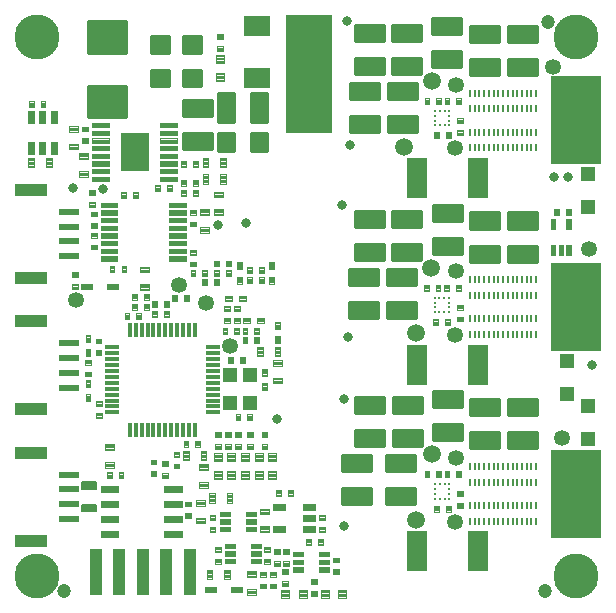
<source format=gts>
G04 EAGLE Gerber RS-274X export*
G75*
%MOMM*%
%FSLAX34Y34*%
%LPD*%
%INTop Soldermask*%
%IPPOS*%
%AMOC8*
5,1,8,0,0,1.08239X$1,22.5*%
G01*
%ADD10R,4.300000X7.450000*%
%ADD11C,0.320000*%
%ADD12R,2.180000X1.820000*%
%ADD13R,1.200000X0.300000*%
%ADD14R,0.300000X1.200000*%
%ADD15C,0.100000*%
%ADD16C,0.120000*%
%ADD17R,1.200000X1.300000*%
%ADD18C,0.240000*%
%ADD19R,1.800000X3.400000*%
%ADD20C,0.180000*%
%ADD21R,1.000000X4.000000*%
%ADD22C,0.090000*%
%ADD23R,1.700000X0.600000*%
%ADD24R,2.700000X1.000000*%
%ADD25R,4.000000X10.000000*%
%ADD26C,0.312000*%
%ADD27R,2.410000X3.290000*%
%ADD28C,0.442500*%
%ADD29R,1.000000X0.600000*%
%ADD30C,1.350000*%
%ADD31C,0.804800*%
%ADD32C,1.204156*%
%ADD33C,1.500000*%
%ADD34R,1.200000X1.200000*%
%ADD35C,0.140000*%
%ADD36C,3.800000*%


D10*
X478500Y91750D03*
X478500Y249750D03*
X478500Y407750D03*
D11*
X280600Y123400D02*
X280600Y110600D01*
X280600Y123400D02*
X304400Y123400D01*
X304400Y110600D01*
X280600Y110600D01*
X280600Y113640D02*
X304400Y113640D01*
X304400Y116680D02*
X280600Y116680D01*
X280600Y119720D02*
X304400Y119720D01*
X304400Y122760D02*
X280600Y122760D01*
X280600Y95400D02*
X280600Y82600D01*
X280600Y95400D02*
X304400Y95400D01*
X304400Y82600D01*
X280600Y82600D01*
X280600Y85640D02*
X304400Y85640D01*
X304400Y88680D02*
X280600Y88680D01*
X280600Y91720D02*
X304400Y91720D01*
X304400Y94760D02*
X280600Y94760D01*
X315900Y131600D02*
X315900Y144400D01*
X315900Y131600D02*
X292100Y131600D01*
X292100Y144400D01*
X315900Y144400D01*
X315900Y134640D02*
X292100Y134640D01*
X292100Y137680D02*
X315900Y137680D01*
X315900Y140720D02*
X292100Y140720D01*
X292100Y143760D02*
X315900Y143760D01*
X315900Y159600D02*
X315900Y172400D01*
X315900Y159600D02*
X292100Y159600D01*
X292100Y172400D01*
X315900Y172400D01*
X315900Y162640D02*
X292100Y162640D01*
X292100Y165680D02*
X315900Y165680D01*
X315900Y168720D02*
X292100Y168720D01*
X292100Y171760D02*
X315900Y171760D01*
X318100Y123400D02*
X318100Y110600D01*
X318100Y123400D02*
X341900Y123400D01*
X341900Y110600D01*
X318100Y110600D01*
X318100Y113640D02*
X341900Y113640D01*
X341900Y116680D02*
X318100Y116680D01*
X318100Y119720D02*
X341900Y119720D01*
X341900Y122760D02*
X318100Y122760D01*
X318100Y95400D02*
X318100Y82600D01*
X318100Y95400D02*
X341900Y95400D01*
X341900Y82600D01*
X318100Y82600D01*
X318100Y85640D02*
X341900Y85640D01*
X341900Y88680D02*
X318100Y88680D01*
X318100Y91720D02*
X341900Y91720D01*
X341900Y94760D02*
X318100Y94760D01*
X381400Y137100D02*
X381400Y149900D01*
X381400Y137100D02*
X357600Y137100D01*
X357600Y149900D01*
X381400Y149900D01*
X381400Y140140D02*
X357600Y140140D01*
X357600Y143180D02*
X381400Y143180D01*
X381400Y146220D02*
X357600Y146220D01*
X357600Y149260D02*
X381400Y149260D01*
X381400Y165100D02*
X381400Y177900D01*
X381400Y165100D02*
X357600Y165100D01*
X357600Y177900D01*
X381400Y177900D01*
X381400Y168140D02*
X357600Y168140D01*
X357600Y171180D02*
X381400Y171180D01*
X381400Y174220D02*
X357600Y174220D01*
X357600Y177260D02*
X381400Y177260D01*
X413400Y142900D02*
X413400Y130100D01*
X389600Y130100D01*
X389600Y142900D01*
X413400Y142900D01*
X413400Y133140D02*
X389600Y133140D01*
X389600Y136180D02*
X413400Y136180D01*
X413400Y139220D02*
X389600Y139220D01*
X389600Y142260D02*
X413400Y142260D01*
X413400Y158100D02*
X413400Y170900D01*
X413400Y158100D02*
X389600Y158100D01*
X389600Y170900D01*
X413400Y170900D01*
X413400Y161140D02*
X389600Y161140D01*
X389600Y164180D02*
X413400Y164180D01*
X413400Y167220D02*
X389600Y167220D01*
X389600Y170260D02*
X413400Y170260D01*
X445400Y142900D02*
X445400Y130100D01*
X421600Y130100D01*
X421600Y142900D01*
X445400Y142900D01*
X445400Y133140D02*
X421600Y133140D01*
X421600Y136180D02*
X445400Y136180D01*
X445400Y139220D02*
X421600Y139220D01*
X421600Y142260D02*
X445400Y142260D01*
X445400Y158100D02*
X445400Y170900D01*
X445400Y158100D02*
X421600Y158100D01*
X421600Y170900D01*
X445400Y170900D01*
X445400Y161140D02*
X421600Y161140D01*
X421600Y164180D02*
X445400Y164180D01*
X445400Y167220D02*
X421600Y167220D01*
X421600Y170260D02*
X445400Y170260D01*
X287100Y268600D02*
X287100Y281400D01*
X310900Y281400D01*
X310900Y268600D01*
X287100Y268600D01*
X287100Y271640D02*
X310900Y271640D01*
X310900Y274680D02*
X287100Y274680D01*
X287100Y277720D02*
X310900Y277720D01*
X310900Y280760D02*
X287100Y280760D01*
X287100Y253400D02*
X287100Y240600D01*
X287100Y253400D02*
X310900Y253400D01*
X310900Y240600D01*
X287100Y240600D01*
X287100Y243640D02*
X310900Y243640D01*
X310900Y246680D02*
X287100Y246680D01*
X287100Y249720D02*
X310900Y249720D01*
X310900Y252760D02*
X287100Y252760D01*
X319100Y268600D02*
X319100Y281400D01*
X342900Y281400D01*
X342900Y268600D01*
X319100Y268600D01*
X319100Y271640D02*
X342900Y271640D01*
X342900Y274680D02*
X319100Y274680D01*
X319100Y277720D02*
X342900Y277720D01*
X342900Y280760D02*
X319100Y280760D01*
X319100Y253400D02*
X319100Y240600D01*
X319100Y253400D02*
X342900Y253400D01*
X342900Y240600D01*
X319100Y240600D01*
X319100Y243640D02*
X342900Y243640D01*
X342900Y246680D02*
X319100Y246680D01*
X319100Y249720D02*
X342900Y249720D01*
X342900Y252760D02*
X319100Y252760D01*
D12*
X208000Y443400D03*
X208000Y487600D03*
D13*
X170500Y160500D03*
X170500Y165500D03*
X170500Y170500D03*
X170500Y175500D03*
X170500Y180500D03*
X170500Y185500D03*
X170500Y190500D03*
X170500Y195500D03*
X170500Y200500D03*
X170500Y205500D03*
X170500Y210500D03*
X170500Y215500D03*
D14*
X155500Y230500D03*
X150500Y230500D03*
X145500Y230500D03*
X140500Y230500D03*
X135500Y230500D03*
X130500Y230500D03*
X125500Y230500D03*
X120500Y230500D03*
X115500Y230500D03*
X110500Y230500D03*
X105500Y230500D03*
X100500Y230500D03*
D13*
X85500Y215500D03*
X85500Y210500D03*
X85500Y205500D03*
X85500Y200500D03*
X85500Y195500D03*
X85500Y190500D03*
X85500Y185500D03*
X85500Y180500D03*
X85500Y175500D03*
X85500Y170500D03*
X85500Y165500D03*
X85500Y160500D03*
D14*
X100500Y145500D03*
X105500Y145500D03*
X110500Y145500D03*
X115500Y145500D03*
X120500Y145500D03*
X125500Y145500D03*
X130500Y145500D03*
X135500Y145500D03*
X140500Y145500D03*
X145500Y145500D03*
X150500Y145500D03*
X155500Y145500D03*
D15*
X100000Y239500D02*
X96000Y239500D01*
X96000Y244500D01*
X100000Y244500D01*
X100000Y239500D01*
X100000Y240450D02*
X96000Y240450D01*
X96000Y241400D02*
X100000Y241400D01*
X100000Y242350D02*
X96000Y242350D01*
X96000Y243300D02*
X100000Y243300D01*
X100000Y244250D02*
X96000Y244250D01*
X106000Y239500D02*
X110000Y239500D01*
X106000Y239500D02*
X106000Y244500D01*
X110000Y244500D01*
X110000Y239500D01*
X110000Y240450D02*
X106000Y240450D01*
X106000Y241400D02*
X110000Y241400D01*
X110000Y242350D02*
X106000Y242350D01*
X106000Y243300D02*
X110000Y243300D01*
X110000Y244250D02*
X106000Y244250D01*
X77000Y160000D02*
X77000Y156000D01*
X72000Y156000D01*
X72000Y160000D01*
X77000Y160000D01*
X77000Y156950D02*
X72000Y156950D01*
X72000Y157900D02*
X77000Y157900D01*
X77000Y158850D02*
X72000Y158850D01*
X72000Y159800D02*
X77000Y159800D01*
X77000Y166000D02*
X77000Y170000D01*
X77000Y166000D02*
X72000Y166000D01*
X72000Y170000D01*
X77000Y170000D01*
X77000Y166950D02*
X72000Y166950D01*
X72000Y167900D02*
X77000Y167900D01*
X77000Y168850D02*
X72000Y168850D01*
X72000Y169800D02*
X77000Y169800D01*
X156000Y136500D02*
X160000Y136500D01*
X160000Y131500D01*
X156000Y131500D01*
X156000Y136500D01*
X156000Y132450D02*
X160000Y132450D01*
X160000Y133400D02*
X156000Y133400D01*
X156000Y134350D02*
X160000Y134350D01*
X160000Y135300D02*
X156000Y135300D01*
X156000Y136250D02*
X160000Y136250D01*
X150000Y136500D02*
X146000Y136500D01*
X150000Y136500D02*
X150000Y131500D01*
X146000Y131500D01*
X146000Y136500D01*
X146000Y132450D02*
X150000Y132450D01*
X150000Y133400D02*
X146000Y133400D01*
X146000Y134350D02*
X150000Y134350D01*
X150000Y135300D02*
X146000Y135300D01*
X146000Y136250D02*
X150000Y136250D01*
D16*
X160600Y127900D02*
X165400Y127900D01*
X165400Y120100D01*
X160600Y120100D01*
X160600Y127900D01*
X160600Y121240D02*
X165400Y121240D01*
X165400Y122380D02*
X160600Y122380D01*
X160600Y123520D02*
X165400Y123520D01*
X165400Y124660D02*
X160600Y124660D01*
X160600Y125800D02*
X165400Y125800D01*
X165400Y126940D02*
X160600Y126940D01*
X150400Y127900D02*
X145600Y127900D01*
X150400Y127900D02*
X150400Y120100D01*
X145600Y120100D01*
X145600Y127900D01*
X145600Y121240D02*
X150400Y121240D01*
X150400Y122380D02*
X145600Y122380D01*
X145600Y123520D02*
X150400Y123520D01*
X150400Y124660D02*
X145600Y124660D01*
X145600Y125800D02*
X150400Y125800D01*
X150400Y126940D02*
X145600Y126940D01*
X159100Y116400D02*
X159100Y111600D01*
X159100Y116400D02*
X166900Y116400D01*
X166900Y111600D01*
X159100Y111600D01*
X159100Y112740D02*
X166900Y112740D01*
X166900Y113880D02*
X159100Y113880D01*
X159100Y115020D02*
X166900Y115020D01*
X166900Y116160D02*
X159100Y116160D01*
X159100Y101400D02*
X159100Y96600D01*
X159100Y101400D02*
X166900Y101400D01*
X166900Y96600D01*
X159100Y96600D01*
X159100Y97740D02*
X166900Y97740D01*
X166900Y98880D02*
X159100Y98880D01*
X159100Y100020D02*
X166900Y100020D01*
X166900Y101160D02*
X159100Y101160D01*
D15*
X116500Y261000D02*
X112500Y261000D01*
X116500Y261000D02*
X116500Y256000D01*
X112500Y256000D01*
X112500Y261000D01*
X112500Y256950D02*
X116500Y256950D01*
X116500Y257900D02*
X112500Y257900D01*
X112500Y258850D02*
X116500Y258850D01*
X116500Y259800D02*
X112500Y259800D01*
X112500Y260750D02*
X116500Y260750D01*
X106500Y261000D02*
X102500Y261000D01*
X106500Y261000D02*
X106500Y256000D01*
X102500Y256000D01*
X102500Y261000D01*
X102500Y256950D02*
X106500Y256950D01*
X106500Y257900D02*
X102500Y257900D01*
X102500Y258850D02*
X106500Y258850D01*
X106500Y259800D02*
X102500Y259800D01*
X102500Y260750D02*
X106500Y260750D01*
X112500Y252500D02*
X116500Y252500D01*
X116500Y247500D01*
X112500Y247500D01*
X112500Y252500D01*
X112500Y248450D02*
X116500Y248450D01*
X116500Y249400D02*
X112500Y249400D01*
X112500Y250350D02*
X116500Y250350D01*
X116500Y251300D02*
X112500Y251300D01*
X112500Y252250D02*
X116500Y252250D01*
X106500Y252500D02*
X102500Y252500D01*
X106500Y252500D02*
X106500Y247500D01*
X102500Y247500D01*
X102500Y252500D01*
X102500Y248450D02*
X106500Y248450D01*
X106500Y249400D02*
X102500Y249400D01*
X102500Y250350D02*
X106500Y250350D01*
X106500Y251300D02*
X102500Y251300D01*
X102500Y252250D02*
X106500Y252250D01*
D16*
X109100Y279100D02*
X109100Y283900D01*
X116900Y283900D01*
X116900Y279100D01*
X109100Y279100D01*
X109100Y280240D02*
X116900Y280240D01*
X116900Y281380D02*
X109100Y281380D01*
X109100Y282520D02*
X116900Y282520D01*
X116900Y283660D02*
X109100Y283660D01*
X109100Y268900D02*
X109100Y264100D01*
X109100Y268900D02*
X116900Y268900D01*
X116900Y264100D01*
X109100Y264100D01*
X109100Y265240D02*
X116900Y265240D01*
X116900Y266380D02*
X109100Y266380D01*
X109100Y267520D02*
X116900Y267520D01*
X116900Y268660D02*
X109100Y268660D01*
D17*
X202000Y168500D03*
X202000Y192500D03*
X185000Y192500D03*
X185000Y168500D03*
D15*
X190000Y154000D02*
X194000Y154000D01*
X190000Y154000D02*
X190000Y159000D01*
X194000Y159000D01*
X194000Y154000D01*
X194000Y154950D02*
X190000Y154950D01*
X190000Y155900D02*
X194000Y155900D01*
X194000Y156850D02*
X190000Y156850D01*
X190000Y157800D02*
X194000Y157800D01*
X194000Y158750D02*
X190000Y158750D01*
X200000Y154000D02*
X204000Y154000D01*
X200000Y154000D02*
X200000Y159000D01*
X204000Y159000D01*
X204000Y154000D01*
X204000Y154950D02*
X200000Y154950D01*
X200000Y155900D02*
X204000Y155900D01*
X204000Y156850D02*
X200000Y156850D01*
X200000Y157800D02*
X204000Y157800D01*
X204000Y158750D02*
X200000Y158750D01*
X198000Y207000D02*
X194000Y207000D01*
X198000Y207000D02*
X198000Y202000D01*
X194000Y202000D01*
X194000Y207000D01*
X194000Y202950D02*
X198000Y202950D01*
X198000Y203900D02*
X194000Y203900D01*
X194000Y204850D02*
X198000Y204850D01*
X198000Y205800D02*
X194000Y205800D01*
X194000Y206750D02*
X198000Y206750D01*
X188000Y207000D02*
X184000Y207000D01*
X188000Y207000D02*
X188000Y202000D01*
X184000Y202000D01*
X184000Y207000D01*
X184000Y202950D02*
X188000Y202950D01*
X188000Y203900D02*
X184000Y203900D01*
X184000Y204850D02*
X188000Y204850D01*
X188000Y205800D02*
X184000Y205800D01*
X184000Y206750D02*
X188000Y206750D01*
X196000Y227000D02*
X200000Y227000D01*
X196000Y227000D02*
X196000Y232000D01*
X200000Y232000D01*
X200000Y227000D01*
X200000Y227950D02*
X196000Y227950D01*
X196000Y228900D02*
X200000Y228900D01*
X200000Y229850D02*
X196000Y229850D01*
X196000Y230800D02*
X200000Y230800D01*
X200000Y231750D02*
X196000Y231750D01*
X206000Y227000D02*
X210000Y227000D01*
X206000Y227000D02*
X206000Y232000D01*
X210000Y232000D01*
X210000Y227000D01*
X210000Y227950D02*
X206000Y227950D01*
X206000Y228900D02*
X210000Y228900D01*
X210000Y229850D02*
X206000Y229850D01*
X206000Y230800D02*
X210000Y230800D01*
X210000Y231750D02*
X206000Y231750D01*
X183000Y227000D02*
X179000Y227000D01*
X179000Y232000D01*
X183000Y232000D01*
X183000Y227000D01*
X183000Y227950D02*
X179000Y227950D01*
X179000Y228900D02*
X183000Y228900D01*
X183000Y229850D02*
X179000Y229850D01*
X179000Y230800D02*
X183000Y230800D01*
X183000Y231750D02*
X179000Y231750D01*
X189000Y227000D02*
X193000Y227000D01*
X189000Y227000D02*
X189000Y232000D01*
X193000Y232000D01*
X193000Y227000D01*
X193000Y227950D02*
X189000Y227950D01*
X189000Y228900D02*
X193000Y228900D01*
X193000Y229850D02*
X189000Y229850D01*
X189000Y230800D02*
X193000Y230800D01*
X193000Y231750D02*
X189000Y231750D01*
X206000Y224000D02*
X210000Y224000D01*
X210000Y219000D01*
X206000Y219000D01*
X206000Y224000D01*
X206000Y219950D02*
X210000Y219950D01*
X210000Y220900D02*
X206000Y220900D01*
X206000Y221850D02*
X210000Y221850D01*
X210000Y222800D02*
X206000Y222800D01*
X206000Y223750D02*
X210000Y223750D01*
X200000Y224000D02*
X196000Y224000D01*
X200000Y224000D02*
X200000Y219000D01*
X196000Y219000D01*
X196000Y224000D01*
X196000Y219950D02*
X200000Y219950D01*
X200000Y220900D02*
X196000Y220900D01*
X196000Y221850D02*
X200000Y221850D01*
X200000Y222800D02*
X196000Y222800D01*
X196000Y223750D02*
X200000Y223750D01*
X176000Y273000D02*
X172000Y273000D01*
X176000Y273000D02*
X176000Y268000D01*
X172000Y268000D01*
X172000Y273000D01*
X172000Y268950D02*
X176000Y268950D01*
X176000Y269900D02*
X172000Y269900D01*
X172000Y270850D02*
X176000Y270850D01*
X176000Y271800D02*
X172000Y271800D01*
X172000Y272750D02*
X176000Y272750D01*
X166000Y273000D02*
X162000Y273000D01*
X166000Y273000D02*
X166000Y268000D01*
X162000Y268000D01*
X162000Y273000D01*
X162000Y268950D02*
X166000Y268950D01*
X166000Y269900D02*
X162000Y269900D01*
X162000Y270850D02*
X166000Y270850D01*
X166000Y271800D02*
X162000Y271800D01*
X162000Y272750D02*
X166000Y272750D01*
X182000Y289000D02*
X186000Y289000D01*
X186000Y284000D01*
X182000Y284000D01*
X182000Y289000D01*
X182000Y284950D02*
X186000Y284950D01*
X186000Y285900D02*
X182000Y285900D01*
X182000Y286850D02*
X186000Y286850D01*
X186000Y287800D02*
X182000Y287800D01*
X182000Y288750D02*
X186000Y288750D01*
X176000Y289000D02*
X172000Y289000D01*
X176000Y289000D02*
X176000Y284000D01*
X172000Y284000D01*
X172000Y289000D01*
X172000Y284950D02*
X176000Y284950D01*
X176000Y285900D02*
X172000Y285900D01*
X172000Y286850D02*
X176000Y286850D01*
X176000Y287800D02*
X172000Y287800D01*
X172000Y288750D02*
X176000Y288750D01*
X182000Y281000D02*
X186000Y281000D01*
X186000Y276000D01*
X182000Y276000D01*
X182000Y281000D01*
X182000Y276950D02*
X186000Y276950D01*
X186000Y277900D02*
X182000Y277900D01*
X182000Y278850D02*
X186000Y278850D01*
X186000Y279800D02*
X182000Y279800D01*
X182000Y280750D02*
X186000Y280750D01*
X176000Y281000D02*
X172000Y281000D01*
X176000Y281000D02*
X176000Y276000D01*
X172000Y276000D01*
X172000Y281000D01*
X172000Y276950D02*
X176000Y276950D01*
X176000Y277900D02*
X172000Y277900D01*
X172000Y278850D02*
X176000Y278850D01*
X176000Y279800D02*
X172000Y279800D01*
X172000Y280750D02*
X176000Y280750D01*
X156000Y276000D02*
X152000Y276000D01*
X152000Y281000D01*
X156000Y281000D01*
X156000Y276000D01*
X156000Y276950D02*
X152000Y276950D01*
X152000Y277900D02*
X156000Y277900D01*
X156000Y278850D02*
X152000Y278850D01*
X152000Y279800D02*
X156000Y279800D01*
X156000Y280750D02*
X152000Y280750D01*
X162000Y276000D02*
X166000Y276000D01*
X162000Y276000D02*
X162000Y281000D01*
X166000Y281000D01*
X166000Y276000D01*
X166000Y276950D02*
X162000Y276950D01*
X162000Y277900D02*
X166000Y277900D01*
X166000Y278850D02*
X162000Y278850D01*
X162000Y279800D02*
X166000Y279800D01*
X166000Y280750D02*
X162000Y280750D01*
X140500Y254500D02*
X136500Y254500D01*
X136500Y259500D01*
X140500Y259500D01*
X140500Y254500D01*
X140500Y255450D02*
X136500Y255450D01*
X136500Y256400D02*
X140500Y256400D01*
X140500Y257350D02*
X136500Y257350D01*
X136500Y258300D02*
X140500Y258300D01*
X140500Y259250D02*
X136500Y259250D01*
X146500Y254500D02*
X150500Y254500D01*
X146500Y254500D02*
X146500Y259500D01*
X150500Y259500D01*
X150500Y254500D01*
X150500Y255450D02*
X146500Y255450D01*
X146500Y256400D02*
X150500Y256400D01*
X150500Y257350D02*
X146500Y257350D01*
X146500Y258300D02*
X150500Y258300D01*
X150500Y259250D02*
X146500Y259250D01*
X151500Y294000D02*
X151500Y298000D01*
X156500Y298000D01*
X156500Y294000D01*
X151500Y294000D01*
X151500Y294950D02*
X156500Y294950D01*
X156500Y295900D02*
X151500Y295900D01*
X151500Y296850D02*
X156500Y296850D01*
X156500Y297800D02*
X151500Y297800D01*
X151500Y288000D02*
X151500Y284000D01*
X151500Y288000D02*
X156500Y288000D01*
X156500Y284000D01*
X151500Y284000D01*
X151500Y284950D02*
X156500Y284950D01*
X156500Y285900D02*
X151500Y285900D01*
X151500Y286850D02*
X156500Y286850D01*
X156500Y287800D02*
X151500Y287800D01*
D16*
X221600Y204900D02*
X221600Y200100D01*
X221600Y204900D02*
X229400Y204900D01*
X229400Y200100D01*
X221600Y200100D01*
X221600Y201240D02*
X229400Y201240D01*
X229400Y202380D02*
X221600Y202380D01*
X221600Y203520D02*
X229400Y203520D01*
X229400Y204660D02*
X221600Y204660D01*
X221600Y189900D02*
X221600Y185100D01*
X221600Y189900D02*
X229400Y189900D01*
X229400Y185100D01*
X221600Y185100D01*
X221600Y186240D02*
X229400Y186240D01*
X229400Y187380D02*
X221600Y187380D01*
X221600Y188520D02*
X229400Y188520D01*
X229400Y189660D02*
X221600Y189660D01*
X212900Y208100D02*
X208100Y208100D01*
X208100Y215900D01*
X212900Y215900D01*
X212900Y208100D01*
X212900Y209240D02*
X208100Y209240D01*
X208100Y210380D02*
X212900Y210380D01*
X212900Y211520D02*
X208100Y211520D01*
X208100Y212660D02*
X212900Y212660D01*
X212900Y213800D02*
X208100Y213800D01*
X208100Y214940D02*
X212900Y214940D01*
X223100Y208100D02*
X227900Y208100D01*
X223100Y208100D02*
X223100Y215900D01*
X227900Y215900D01*
X227900Y208100D01*
X227900Y209240D02*
X223100Y209240D01*
X223100Y210380D02*
X227900Y210380D01*
X227900Y211520D02*
X223100Y211520D01*
X223100Y212660D02*
X227900Y212660D01*
X227900Y213800D02*
X223100Y213800D01*
X223100Y214940D02*
X227900Y214940D01*
D18*
X371000Y87500D03*
X371000Y91500D03*
X371000Y95500D03*
X371000Y99500D03*
X367000Y87500D03*
X367000Y99500D03*
X363000Y87500D03*
X363000Y99500D03*
X359000Y87500D03*
X359000Y91500D03*
X359000Y95500D03*
X359000Y99500D03*
D15*
X358000Y76500D02*
X362000Y76500D01*
X358000Y76500D02*
X358000Y81500D01*
X362000Y81500D01*
X362000Y76500D01*
X362000Y77450D02*
X358000Y77450D01*
X358000Y78400D02*
X362000Y78400D01*
X362000Y79350D02*
X358000Y79350D01*
X358000Y80300D02*
X362000Y80300D01*
X362000Y81250D02*
X358000Y81250D01*
X368000Y76500D02*
X372000Y76500D01*
X368000Y76500D02*
X368000Y81500D01*
X372000Y81500D01*
X372000Y76500D01*
X372000Y77450D02*
X368000Y77450D01*
X368000Y78400D02*
X372000Y78400D01*
X372000Y79350D02*
X368000Y79350D01*
X368000Y80300D02*
X372000Y80300D01*
X372000Y81250D02*
X368000Y81250D01*
X364000Y110500D02*
X360000Y110500D01*
X364000Y110500D02*
X364000Y105500D01*
X360000Y105500D01*
X360000Y110500D01*
X360000Y106450D02*
X364000Y106450D01*
X364000Y107400D02*
X360000Y107400D01*
X360000Y108350D02*
X364000Y108350D01*
X364000Y109300D02*
X360000Y109300D01*
X360000Y110250D02*
X364000Y110250D01*
X354000Y110500D02*
X350000Y110500D01*
X354000Y110500D02*
X354000Y105500D01*
X350000Y105500D01*
X350000Y110500D01*
X350000Y106450D02*
X354000Y106450D01*
X354000Y107400D02*
X350000Y107400D01*
X350000Y108350D02*
X354000Y108350D01*
X354000Y109300D02*
X350000Y109300D01*
X350000Y110250D02*
X354000Y110250D01*
D18*
X370500Y245500D03*
X370500Y249500D03*
X370500Y253500D03*
X370500Y257500D03*
X366500Y245500D03*
X366500Y257500D03*
X362500Y245500D03*
X362500Y257500D03*
X358500Y245500D03*
X358500Y249500D03*
X358500Y253500D03*
X358500Y257500D03*
D15*
X357500Y234500D02*
X361500Y234500D01*
X357500Y234500D02*
X357500Y239500D01*
X361500Y239500D01*
X361500Y234500D01*
X361500Y235450D02*
X357500Y235450D01*
X357500Y236400D02*
X361500Y236400D01*
X361500Y237350D02*
X357500Y237350D01*
X357500Y238300D02*
X361500Y238300D01*
X361500Y239250D02*
X357500Y239250D01*
X367500Y234500D02*
X371500Y234500D01*
X367500Y234500D02*
X367500Y239500D01*
X371500Y239500D01*
X371500Y234500D01*
X371500Y235450D02*
X367500Y235450D01*
X367500Y236400D02*
X371500Y236400D01*
X371500Y237350D02*
X367500Y237350D01*
X367500Y238300D02*
X371500Y238300D01*
X371500Y239250D02*
X367500Y239250D01*
X363500Y268500D02*
X359500Y268500D01*
X363500Y268500D02*
X363500Y263500D01*
X359500Y263500D01*
X359500Y268500D01*
X359500Y264450D02*
X363500Y264450D01*
X363500Y265400D02*
X359500Y265400D01*
X359500Y266350D02*
X363500Y266350D01*
X363500Y267300D02*
X359500Y267300D01*
X359500Y268250D02*
X363500Y268250D01*
X353500Y268500D02*
X349500Y268500D01*
X353500Y268500D02*
X353500Y263500D01*
X349500Y263500D01*
X349500Y268500D01*
X349500Y264450D02*
X353500Y264450D01*
X353500Y265400D02*
X349500Y265400D01*
X349500Y266350D02*
X353500Y266350D01*
X353500Y267300D02*
X349500Y267300D01*
X349500Y268250D02*
X353500Y268250D01*
D18*
X371000Y403500D03*
X371000Y407500D03*
X371000Y411500D03*
X371000Y415500D03*
X367000Y403500D03*
X367000Y415500D03*
X363000Y403500D03*
X363000Y415500D03*
X359000Y403500D03*
X359000Y407500D03*
X359000Y411500D03*
X359000Y415500D03*
D15*
X358000Y392500D02*
X362000Y392500D01*
X358000Y392500D02*
X358000Y397500D01*
X362000Y397500D01*
X362000Y392500D01*
X362000Y393450D02*
X358000Y393450D01*
X358000Y394400D02*
X362000Y394400D01*
X362000Y395350D02*
X358000Y395350D01*
X358000Y396300D02*
X362000Y396300D01*
X362000Y397250D02*
X358000Y397250D01*
X368000Y392500D02*
X372000Y392500D01*
X368000Y392500D02*
X368000Y397500D01*
X372000Y397500D01*
X372000Y392500D01*
X372000Y393450D02*
X368000Y393450D01*
X368000Y394400D02*
X372000Y394400D01*
X372000Y395350D02*
X368000Y395350D01*
X368000Y396300D02*
X372000Y396300D01*
X372000Y397250D02*
X368000Y397250D01*
X364000Y426500D02*
X360000Y426500D01*
X364000Y426500D02*
X364000Y421500D01*
X360000Y421500D01*
X360000Y426500D01*
X360000Y422450D02*
X364000Y422450D01*
X364000Y423400D02*
X360000Y423400D01*
X360000Y424350D02*
X364000Y424350D01*
X364000Y425300D02*
X360000Y425300D01*
X360000Y426250D02*
X364000Y426250D01*
X354000Y426500D02*
X350000Y426500D01*
X354000Y426500D02*
X354000Y421500D01*
X350000Y421500D01*
X350000Y426500D01*
X350000Y422450D02*
X354000Y422450D01*
X354000Y423400D02*
X350000Y423400D01*
X350000Y424350D02*
X354000Y424350D01*
X354000Y425300D02*
X350000Y425300D01*
X350000Y426250D02*
X354000Y426250D01*
X367000Y105500D02*
X371000Y105500D01*
X367000Y105500D02*
X367000Y110500D01*
X371000Y110500D01*
X371000Y105500D01*
X371000Y106450D02*
X367000Y106450D01*
X367000Y107400D02*
X371000Y107400D01*
X371000Y108350D02*
X367000Y108350D01*
X367000Y109300D02*
X371000Y109300D01*
X371000Y110250D02*
X367000Y110250D01*
X377000Y105500D02*
X381000Y105500D01*
X377000Y105500D02*
X377000Y110500D01*
X381000Y110500D01*
X381000Y105500D01*
X381000Y106450D02*
X377000Y106450D01*
X377000Y107400D02*
X381000Y107400D01*
X381000Y108350D02*
X377000Y108350D01*
X377000Y109300D02*
X381000Y109300D01*
X381000Y110250D02*
X377000Y110250D01*
X377500Y93500D02*
X377500Y89500D01*
X377500Y93500D02*
X382500Y93500D01*
X382500Y89500D01*
X377500Y89500D01*
X377500Y90450D02*
X382500Y90450D01*
X382500Y91400D02*
X377500Y91400D01*
X377500Y92350D02*
X382500Y92350D01*
X382500Y93300D02*
X377500Y93300D01*
X377500Y83500D02*
X377500Y79500D01*
X377500Y83500D02*
X382500Y83500D01*
X382500Y79500D01*
X377500Y79500D01*
X377500Y80450D02*
X382500Y80450D01*
X382500Y81400D02*
X377500Y81400D01*
X377500Y82350D02*
X382500Y82350D01*
X382500Y83300D02*
X377500Y83300D01*
D19*
X395500Y43000D03*
X343500Y43000D03*
D20*
X388500Y112550D02*
X388500Y117750D01*
X388500Y104450D02*
X388500Y99250D01*
X392500Y112550D02*
X392500Y117750D01*
X392500Y104450D02*
X392500Y99250D01*
X396500Y112550D02*
X396500Y117750D01*
X396500Y104450D02*
X396500Y99250D01*
X400500Y112550D02*
X400500Y117750D01*
X400500Y104450D02*
X400500Y99250D01*
X404500Y112550D02*
X404500Y117750D01*
X404500Y104450D02*
X404500Y99250D01*
X408500Y112550D02*
X408500Y117750D01*
X408500Y104450D02*
X408500Y99250D01*
X412500Y112550D02*
X412500Y117750D01*
X412500Y104450D02*
X412500Y99250D01*
X416500Y112550D02*
X416500Y117750D01*
X416500Y104450D02*
X416500Y99250D01*
X420500Y112550D02*
X420500Y117750D01*
X420500Y104450D02*
X420500Y99250D01*
X424500Y112550D02*
X424500Y117750D01*
X424500Y104450D02*
X424500Y99250D01*
X428500Y112550D02*
X428500Y117750D01*
X428500Y104450D02*
X428500Y99250D01*
X432500Y112550D02*
X432500Y117750D01*
X432500Y104450D02*
X432500Y99250D01*
X436500Y112550D02*
X436500Y117750D01*
X436500Y104450D02*
X436500Y99250D01*
X440500Y112550D02*
X440500Y117750D01*
X440500Y104450D02*
X440500Y99250D01*
X444500Y112550D02*
X444500Y117750D01*
X444500Y104450D02*
X444500Y99250D01*
X388500Y84750D02*
X388500Y79550D01*
X388500Y71450D02*
X388500Y66250D01*
X392500Y79550D02*
X392500Y84750D01*
X392500Y71450D02*
X392500Y66250D01*
X396500Y79550D02*
X396500Y84750D01*
X396500Y71450D02*
X396500Y66250D01*
X400500Y79550D02*
X400500Y84750D01*
X400500Y71450D02*
X400500Y66250D01*
X404500Y79550D02*
X404500Y84750D01*
X404500Y71450D02*
X404500Y66250D01*
X408500Y79550D02*
X408500Y84750D01*
X408500Y71450D02*
X408500Y66250D01*
X412500Y79550D02*
X412500Y84750D01*
X412500Y71450D02*
X412500Y66250D01*
X416500Y79550D02*
X416500Y84750D01*
X416500Y71450D02*
X416500Y66250D01*
X420500Y79550D02*
X420500Y84750D01*
X420500Y71450D02*
X420500Y66250D01*
X424500Y79550D02*
X424500Y84750D01*
X424500Y71450D02*
X424500Y66250D01*
X428500Y79550D02*
X428500Y84750D01*
X428500Y71450D02*
X428500Y66250D01*
X432500Y79550D02*
X432500Y84750D01*
X432500Y71450D02*
X432500Y66250D01*
X436500Y79550D02*
X436500Y84750D01*
X436500Y71450D02*
X436500Y66250D01*
X440500Y79550D02*
X440500Y84750D01*
X440500Y71450D02*
X440500Y66250D01*
X444500Y79550D02*
X444500Y84750D01*
X444500Y71450D02*
X444500Y66250D01*
D15*
X370500Y263500D02*
X366500Y263500D01*
X366500Y268500D01*
X370500Y268500D01*
X370500Y263500D01*
X370500Y264450D02*
X366500Y264450D01*
X366500Y265400D02*
X370500Y265400D01*
X370500Y266350D02*
X366500Y266350D01*
X366500Y267300D02*
X370500Y267300D01*
X370500Y268250D02*
X366500Y268250D01*
X376500Y263500D02*
X380500Y263500D01*
X376500Y263500D02*
X376500Y268500D01*
X380500Y268500D01*
X380500Y263500D01*
X380500Y264450D02*
X376500Y264450D01*
X376500Y265400D02*
X380500Y265400D01*
X380500Y266350D02*
X376500Y266350D01*
X376500Y267300D02*
X380500Y267300D01*
X380500Y268250D02*
X376500Y268250D01*
X377500Y251500D02*
X377500Y247500D01*
X377500Y251500D02*
X382500Y251500D01*
X382500Y247500D01*
X377500Y247500D01*
X377500Y248450D02*
X382500Y248450D01*
X382500Y249400D02*
X377500Y249400D01*
X377500Y250350D02*
X382500Y250350D01*
X382500Y251300D02*
X377500Y251300D01*
X377500Y241500D02*
X377500Y237500D01*
X377500Y241500D02*
X382500Y241500D01*
X382500Y237500D01*
X377500Y237500D01*
X377500Y238450D02*
X382500Y238450D01*
X382500Y239400D02*
X377500Y239400D01*
X377500Y240350D02*
X382500Y240350D01*
X382500Y241300D02*
X377500Y241300D01*
D19*
X395500Y200500D03*
X343500Y200500D03*
D20*
X388500Y270550D02*
X388500Y275750D01*
X388500Y262450D02*
X388500Y257250D01*
X392500Y270550D02*
X392500Y275750D01*
X392500Y262450D02*
X392500Y257250D01*
X396500Y270550D02*
X396500Y275750D01*
X396500Y262450D02*
X396500Y257250D01*
X400500Y270550D02*
X400500Y275750D01*
X400500Y262450D02*
X400500Y257250D01*
X404500Y270550D02*
X404500Y275750D01*
X404500Y262450D02*
X404500Y257250D01*
X408500Y270550D02*
X408500Y275750D01*
X408500Y262450D02*
X408500Y257250D01*
X412500Y270550D02*
X412500Y275750D01*
X412500Y262450D02*
X412500Y257250D01*
X416500Y270550D02*
X416500Y275750D01*
X416500Y262450D02*
X416500Y257250D01*
X420500Y270550D02*
X420500Y275750D01*
X420500Y262450D02*
X420500Y257250D01*
X424500Y270550D02*
X424500Y275750D01*
X424500Y262450D02*
X424500Y257250D01*
X428500Y270550D02*
X428500Y275750D01*
X428500Y262450D02*
X428500Y257250D01*
X432500Y270550D02*
X432500Y275750D01*
X432500Y262450D02*
X432500Y257250D01*
X436500Y270550D02*
X436500Y275750D01*
X436500Y262450D02*
X436500Y257250D01*
X440500Y270550D02*
X440500Y275750D01*
X440500Y262450D02*
X440500Y257250D01*
X444500Y270550D02*
X444500Y275750D01*
X444500Y262450D02*
X444500Y257250D01*
X388500Y242750D02*
X388500Y237550D01*
X388500Y229450D02*
X388500Y224250D01*
X392500Y237550D02*
X392500Y242750D01*
X392500Y229450D02*
X392500Y224250D01*
X396500Y237550D02*
X396500Y242750D01*
X396500Y229450D02*
X396500Y224250D01*
X400500Y237550D02*
X400500Y242750D01*
X400500Y229450D02*
X400500Y224250D01*
X404500Y237550D02*
X404500Y242750D01*
X404500Y229450D02*
X404500Y224250D01*
X408500Y237550D02*
X408500Y242750D01*
X408500Y229450D02*
X408500Y224250D01*
X412500Y237550D02*
X412500Y242750D01*
X412500Y229450D02*
X412500Y224250D01*
X416500Y237550D02*
X416500Y242750D01*
X416500Y229450D02*
X416500Y224250D01*
X420500Y237550D02*
X420500Y242750D01*
X420500Y229450D02*
X420500Y224250D01*
X424500Y237550D02*
X424500Y242750D01*
X424500Y229450D02*
X424500Y224250D01*
X428500Y237550D02*
X428500Y242750D01*
X428500Y229450D02*
X428500Y224250D01*
X432500Y237550D02*
X432500Y242750D01*
X432500Y229450D02*
X432500Y224250D01*
X436500Y237550D02*
X436500Y242750D01*
X436500Y229450D02*
X436500Y224250D01*
X440500Y237550D02*
X440500Y242750D01*
X440500Y229450D02*
X440500Y224250D01*
X444500Y237550D02*
X444500Y242750D01*
X444500Y229450D02*
X444500Y224250D01*
D15*
X371000Y421500D02*
X367000Y421500D01*
X367000Y426500D01*
X371000Y426500D01*
X371000Y421500D01*
X371000Y422450D02*
X367000Y422450D01*
X367000Y423400D02*
X371000Y423400D01*
X371000Y424350D02*
X367000Y424350D01*
X367000Y425300D02*
X371000Y425300D01*
X371000Y426250D02*
X367000Y426250D01*
X377000Y421500D02*
X381000Y421500D01*
X377000Y421500D02*
X377000Y426500D01*
X381000Y426500D01*
X381000Y421500D01*
X381000Y422450D02*
X377000Y422450D01*
X377000Y423400D02*
X381000Y423400D01*
X381000Y424350D02*
X377000Y424350D01*
X377000Y425300D02*
X381000Y425300D01*
X381000Y426250D02*
X377000Y426250D01*
X377500Y409500D02*
X377500Y405500D01*
X377500Y409500D02*
X382500Y409500D01*
X382500Y405500D01*
X377500Y405500D01*
X377500Y406450D02*
X382500Y406450D01*
X382500Y407400D02*
X377500Y407400D01*
X377500Y408350D02*
X382500Y408350D01*
X382500Y409300D02*
X377500Y409300D01*
X377500Y399500D02*
X377500Y395500D01*
X377500Y399500D02*
X382500Y399500D01*
X382500Y395500D01*
X377500Y395500D01*
X377500Y396450D02*
X382500Y396450D01*
X382500Y397400D02*
X377500Y397400D01*
X377500Y398350D02*
X382500Y398350D01*
X382500Y399300D02*
X377500Y399300D01*
D19*
X395500Y358500D03*
X343500Y358500D03*
D20*
X388500Y428550D02*
X388500Y433750D01*
X388500Y420450D02*
X388500Y415250D01*
X392500Y428550D02*
X392500Y433750D01*
X392500Y420450D02*
X392500Y415250D01*
X396500Y428550D02*
X396500Y433750D01*
X396500Y420450D02*
X396500Y415250D01*
X400500Y428550D02*
X400500Y433750D01*
X400500Y420450D02*
X400500Y415250D01*
X404500Y428550D02*
X404500Y433750D01*
X404500Y420450D02*
X404500Y415250D01*
X408500Y428550D02*
X408500Y433750D01*
X408500Y420450D02*
X408500Y415250D01*
X412500Y428550D02*
X412500Y433750D01*
X412500Y420450D02*
X412500Y415250D01*
X416500Y428550D02*
X416500Y433750D01*
X416500Y420450D02*
X416500Y415250D01*
X420500Y428550D02*
X420500Y433750D01*
X420500Y420450D02*
X420500Y415250D01*
X424500Y428550D02*
X424500Y433750D01*
X424500Y420450D02*
X424500Y415250D01*
X428500Y428550D02*
X428500Y433750D01*
X428500Y420450D02*
X428500Y415250D01*
X432500Y428550D02*
X432500Y433750D01*
X432500Y420450D02*
X432500Y415250D01*
X436500Y428550D02*
X436500Y433750D01*
X436500Y420450D02*
X436500Y415250D01*
X440500Y428550D02*
X440500Y433750D01*
X440500Y420450D02*
X440500Y415250D01*
X444500Y428550D02*
X444500Y433750D01*
X444500Y420450D02*
X444500Y415250D01*
X388500Y400750D02*
X388500Y395550D01*
X388500Y387450D02*
X388500Y382250D01*
X392500Y395550D02*
X392500Y400750D01*
X392500Y387450D02*
X392500Y382250D01*
X396500Y395550D02*
X396500Y400750D01*
X396500Y387450D02*
X396500Y382250D01*
X400500Y395550D02*
X400500Y400750D01*
X400500Y387450D02*
X400500Y382250D01*
X404500Y395550D02*
X404500Y400750D01*
X404500Y387450D02*
X404500Y382250D01*
X408500Y395550D02*
X408500Y400750D01*
X408500Y387450D02*
X408500Y382250D01*
X412500Y395550D02*
X412500Y400750D01*
X412500Y387450D02*
X412500Y382250D01*
X416500Y395550D02*
X416500Y400750D01*
X416500Y387450D02*
X416500Y382250D01*
X420500Y395550D02*
X420500Y400750D01*
X420500Y387450D02*
X420500Y382250D01*
X424500Y395550D02*
X424500Y400750D01*
X424500Y387450D02*
X424500Y382250D01*
X428500Y395550D02*
X428500Y400750D01*
X428500Y387450D02*
X428500Y382250D01*
X432500Y395550D02*
X432500Y400750D01*
X432500Y387450D02*
X432500Y382250D01*
X436500Y395550D02*
X436500Y400750D01*
X436500Y387450D02*
X436500Y382250D01*
X440500Y395550D02*
X440500Y400750D01*
X440500Y387450D02*
X440500Y382250D01*
X444500Y395550D02*
X444500Y400750D01*
X444500Y387450D02*
X444500Y382250D01*
D21*
X151500Y25000D03*
X131500Y25000D03*
X111500Y25000D03*
X91500Y25000D03*
X71500Y25000D03*
D15*
X142500Y113000D02*
X142500Y117000D01*
X142500Y113000D02*
X137500Y113000D01*
X137500Y117000D01*
X142500Y117000D01*
X142500Y113950D02*
X137500Y113950D01*
X137500Y114900D02*
X142500Y114900D01*
X142500Y115850D02*
X137500Y115850D01*
X137500Y116800D02*
X142500Y116800D01*
X142500Y123000D02*
X142500Y127000D01*
X142500Y123000D02*
X137500Y123000D01*
X137500Y127000D01*
X142500Y127000D01*
X142500Y123950D02*
X137500Y123950D01*
X137500Y124900D02*
X142500Y124900D01*
X142500Y125850D02*
X137500Y125850D01*
X137500Y126800D02*
X142500Y126800D01*
X60000Y398500D02*
X60000Y402500D01*
X65000Y402500D01*
X65000Y398500D01*
X60000Y398500D01*
X60000Y399450D02*
X65000Y399450D01*
X65000Y400400D02*
X60000Y400400D01*
X60000Y401350D02*
X65000Y401350D01*
X65000Y402300D02*
X60000Y402300D01*
X60000Y392500D02*
X60000Y388500D01*
X60000Y392500D02*
X65000Y392500D01*
X65000Y388500D01*
X60000Y388500D01*
X60000Y389450D02*
X65000Y389450D01*
X65000Y390400D02*
X60000Y390400D01*
X60000Y391350D02*
X65000Y391350D01*
X65000Y392300D02*
X60000Y392300D01*
X144000Y368500D02*
X148000Y368500D01*
X144000Y368500D02*
X144000Y373500D01*
X148000Y373500D01*
X148000Y368500D01*
X148000Y369450D02*
X144000Y369450D01*
X144000Y370400D02*
X148000Y370400D01*
X148000Y371350D02*
X144000Y371350D01*
X144000Y372300D02*
X148000Y372300D01*
X148000Y373250D02*
X144000Y373250D01*
X154000Y368500D02*
X158000Y368500D01*
X154000Y368500D02*
X154000Y373500D01*
X158000Y373500D01*
X158000Y368500D01*
X158000Y369450D02*
X154000Y369450D01*
X154000Y370400D02*
X158000Y370400D01*
X158000Y371350D02*
X154000Y371350D01*
X154000Y372300D02*
X158000Y372300D01*
X158000Y373250D02*
X154000Y373250D01*
D16*
X162100Y368100D02*
X166900Y368100D01*
X162100Y368100D02*
X162100Y375900D01*
X166900Y375900D01*
X166900Y368100D01*
X166900Y369240D02*
X162100Y369240D01*
X162100Y370380D02*
X166900Y370380D01*
X166900Y371520D02*
X162100Y371520D01*
X162100Y372660D02*
X166900Y372660D01*
X166900Y373800D02*
X162100Y373800D01*
X162100Y374940D02*
X166900Y374940D01*
X177100Y368100D02*
X181900Y368100D01*
X177100Y368100D02*
X177100Y375900D01*
X181900Y375900D01*
X181900Y368100D01*
X181900Y369240D02*
X177100Y369240D01*
X177100Y370380D02*
X181900Y370380D01*
X181900Y371520D02*
X177100Y371520D01*
X177100Y372660D02*
X181900Y372660D01*
X181900Y373800D02*
X177100Y373800D01*
X177100Y374940D02*
X181900Y374940D01*
X181900Y361900D02*
X177100Y361900D01*
X181900Y361900D02*
X181900Y354100D01*
X177100Y354100D01*
X177100Y361900D01*
X177100Y355240D02*
X181900Y355240D01*
X181900Y356380D02*
X177100Y356380D01*
X177100Y357520D02*
X181900Y357520D01*
X181900Y358660D02*
X177100Y358660D01*
X177100Y359800D02*
X181900Y359800D01*
X181900Y360940D02*
X177100Y360940D01*
X166900Y361900D02*
X162100Y361900D01*
X166900Y361900D02*
X166900Y354100D01*
X162100Y354100D01*
X162100Y361900D01*
X162100Y355240D02*
X166900Y355240D01*
X166900Y356380D02*
X162100Y356380D01*
X162100Y357520D02*
X166900Y357520D01*
X166900Y358660D02*
X162100Y358660D01*
X162100Y359800D02*
X166900Y359800D01*
X166900Y360940D02*
X162100Y360940D01*
D11*
X203600Y396400D02*
X216400Y396400D01*
X216400Y381600D01*
X203600Y381600D01*
X203600Y396400D01*
X203600Y384640D02*
X216400Y384640D01*
X216400Y387680D02*
X203600Y387680D01*
X203600Y390720D02*
X216400Y390720D01*
X216400Y393760D02*
X203600Y393760D01*
X188400Y396400D02*
X175600Y396400D01*
X188400Y396400D02*
X188400Y381600D01*
X175600Y381600D01*
X175600Y396400D01*
X175600Y384640D02*
X188400Y384640D01*
X188400Y387680D02*
X175600Y387680D01*
X175600Y390720D02*
X188400Y390720D01*
X188400Y393760D02*
X175600Y393760D01*
X169900Y396400D02*
X169900Y383600D01*
X146100Y383600D01*
X146100Y396400D01*
X169900Y396400D01*
X169900Y386640D02*
X146100Y386640D01*
X146100Y389680D02*
X169900Y389680D01*
X169900Y392720D02*
X146100Y392720D01*
X146100Y395760D02*
X169900Y395760D01*
X169900Y411600D02*
X169900Y424400D01*
X169900Y411600D02*
X146100Y411600D01*
X146100Y424400D01*
X169900Y424400D01*
X169900Y414640D02*
X146100Y414640D01*
X146100Y417680D02*
X169900Y417680D01*
X169900Y420720D02*
X146100Y420720D01*
X146100Y423760D02*
X169900Y423760D01*
X203600Y429900D02*
X216400Y429900D01*
X216400Y406100D01*
X203600Y406100D01*
X203600Y429900D01*
X203600Y409140D02*
X216400Y409140D01*
X216400Y412180D02*
X203600Y412180D01*
X203600Y415220D02*
X216400Y415220D01*
X216400Y418260D02*
X203600Y418260D01*
X203600Y421300D02*
X216400Y421300D01*
X216400Y424340D02*
X203600Y424340D01*
X203600Y427380D02*
X216400Y427380D01*
X188400Y429900D02*
X175600Y429900D01*
X188400Y429900D02*
X188400Y406100D01*
X175600Y406100D01*
X175600Y429900D01*
X175600Y409140D02*
X188400Y409140D01*
X188400Y412180D02*
X175600Y412180D01*
X175600Y415220D02*
X188400Y415220D01*
X188400Y418260D02*
X175600Y418260D01*
X175600Y421300D02*
X188400Y421300D01*
X188400Y424340D02*
X175600Y424340D01*
X175600Y427380D02*
X188400Y427380D01*
X119100Y465100D02*
X119100Y477900D01*
X133900Y477900D01*
X133900Y465100D01*
X119100Y465100D01*
X119100Y468140D02*
X133900Y468140D01*
X133900Y471180D02*
X119100Y471180D01*
X119100Y474220D02*
X133900Y474220D01*
X133900Y477260D02*
X119100Y477260D01*
X119100Y449900D02*
X119100Y437100D01*
X119100Y449900D02*
X133900Y449900D01*
X133900Y437100D01*
X119100Y437100D01*
X119100Y440140D02*
X133900Y440140D01*
X133900Y443180D02*
X119100Y443180D01*
X119100Y446220D02*
X133900Y446220D01*
X133900Y449260D02*
X119100Y449260D01*
D22*
X90050Y334450D02*
X75950Y334450D01*
X75950Y338050D01*
X90050Y338050D01*
X90050Y334450D01*
X90050Y335305D02*
X75950Y335305D01*
X75950Y336160D02*
X90050Y336160D01*
X90050Y337015D02*
X75950Y337015D01*
X75950Y337870D02*
X90050Y337870D01*
X90050Y327950D02*
X75950Y327950D01*
X75950Y331550D01*
X90050Y331550D01*
X90050Y327950D01*
X90050Y328805D02*
X75950Y328805D01*
X75950Y329660D02*
X90050Y329660D01*
X90050Y330515D02*
X75950Y330515D01*
X75950Y331370D02*
X90050Y331370D01*
X90050Y321450D02*
X75950Y321450D01*
X75950Y325050D01*
X90050Y325050D01*
X90050Y321450D01*
X90050Y322305D02*
X75950Y322305D01*
X75950Y323160D02*
X90050Y323160D01*
X90050Y324015D02*
X75950Y324015D01*
X75950Y324870D02*
X90050Y324870D01*
X90050Y314950D02*
X75950Y314950D01*
X75950Y318550D01*
X90050Y318550D01*
X90050Y314950D01*
X90050Y315805D02*
X75950Y315805D01*
X75950Y316660D02*
X90050Y316660D01*
X90050Y317515D02*
X75950Y317515D01*
X75950Y318370D02*
X90050Y318370D01*
X90050Y308450D02*
X75950Y308450D01*
X75950Y312050D01*
X90050Y312050D01*
X90050Y308450D01*
X90050Y309305D02*
X75950Y309305D01*
X75950Y310160D02*
X90050Y310160D01*
X90050Y311015D02*
X75950Y311015D01*
X75950Y311870D02*
X90050Y311870D01*
X90050Y301950D02*
X75950Y301950D01*
X75950Y305550D01*
X90050Y305550D01*
X90050Y301950D01*
X90050Y302805D02*
X75950Y302805D01*
X75950Y303660D02*
X90050Y303660D01*
X90050Y304515D02*
X75950Y304515D01*
X75950Y305370D02*
X90050Y305370D01*
X90050Y295450D02*
X75950Y295450D01*
X75950Y299050D01*
X90050Y299050D01*
X90050Y295450D01*
X90050Y296305D02*
X75950Y296305D01*
X75950Y297160D02*
X90050Y297160D01*
X90050Y298015D02*
X75950Y298015D01*
X75950Y298870D02*
X90050Y298870D01*
X90050Y288950D02*
X75950Y288950D01*
X75950Y292550D01*
X90050Y292550D01*
X90050Y288950D01*
X90050Y289805D02*
X75950Y289805D01*
X75950Y290660D02*
X90050Y290660D01*
X90050Y291515D02*
X75950Y291515D01*
X75950Y292370D02*
X90050Y292370D01*
X133950Y288950D02*
X148050Y288950D01*
X133950Y288950D02*
X133950Y292550D01*
X148050Y292550D01*
X148050Y288950D01*
X148050Y289805D02*
X133950Y289805D01*
X133950Y290660D02*
X148050Y290660D01*
X148050Y291515D02*
X133950Y291515D01*
X133950Y292370D02*
X148050Y292370D01*
X148050Y295450D02*
X133950Y295450D01*
X133950Y299050D01*
X148050Y299050D01*
X148050Y295450D01*
X148050Y296305D02*
X133950Y296305D01*
X133950Y297160D02*
X148050Y297160D01*
X148050Y298015D02*
X133950Y298015D01*
X133950Y298870D02*
X148050Y298870D01*
X148050Y301950D02*
X133950Y301950D01*
X133950Y305550D01*
X148050Y305550D01*
X148050Y301950D01*
X148050Y302805D02*
X133950Y302805D01*
X133950Y303660D02*
X148050Y303660D01*
X148050Y304515D02*
X133950Y304515D01*
X133950Y305370D02*
X148050Y305370D01*
X148050Y308450D02*
X133950Y308450D01*
X133950Y312050D01*
X148050Y312050D01*
X148050Y308450D01*
X148050Y309305D02*
X133950Y309305D01*
X133950Y310160D02*
X148050Y310160D01*
X148050Y311015D02*
X133950Y311015D01*
X133950Y311870D02*
X148050Y311870D01*
X148050Y314950D02*
X133950Y314950D01*
X133950Y318550D01*
X148050Y318550D01*
X148050Y314950D01*
X148050Y315805D02*
X133950Y315805D01*
X133950Y316660D02*
X148050Y316660D01*
X148050Y317515D02*
X133950Y317515D01*
X133950Y318370D02*
X148050Y318370D01*
X148050Y321450D02*
X133950Y321450D01*
X133950Y325050D01*
X148050Y325050D01*
X148050Y321450D01*
X148050Y322305D02*
X133950Y322305D01*
X133950Y323160D02*
X148050Y323160D01*
X148050Y324015D02*
X133950Y324015D01*
X133950Y324870D02*
X148050Y324870D01*
X148050Y327950D02*
X133950Y327950D01*
X133950Y331550D01*
X148050Y331550D01*
X148050Y327950D01*
X148050Y328805D02*
X133950Y328805D01*
X133950Y329660D02*
X148050Y329660D01*
X148050Y330515D02*
X133950Y330515D01*
X133950Y331370D02*
X148050Y331370D01*
X148050Y334450D02*
X133950Y334450D01*
X133950Y338050D01*
X148050Y338050D01*
X148050Y334450D01*
X148050Y335305D02*
X133950Y335305D01*
X133950Y336160D02*
X148050Y336160D01*
X148050Y337015D02*
X133950Y337015D01*
X133950Y337870D02*
X148050Y337870D01*
D15*
X67500Y330500D02*
X67500Y326500D01*
X67500Y330500D02*
X72500Y330500D01*
X72500Y326500D01*
X67500Y326500D01*
X67500Y327450D02*
X72500Y327450D01*
X72500Y328400D02*
X67500Y328400D01*
X67500Y329350D02*
X72500Y329350D01*
X72500Y330300D02*
X67500Y330300D01*
X67500Y320500D02*
X67500Y316500D01*
X67500Y320500D02*
X72500Y320500D01*
X72500Y316500D01*
X67500Y316500D01*
X67500Y317450D02*
X72500Y317450D01*
X72500Y318400D02*
X67500Y318400D01*
X67500Y319350D02*
X72500Y319350D01*
X72500Y320300D02*
X67500Y320300D01*
X151500Y328000D02*
X151500Y332000D01*
X156500Y332000D01*
X156500Y328000D01*
X151500Y328000D01*
X151500Y328950D02*
X156500Y328950D01*
X156500Y329900D02*
X151500Y329900D01*
X151500Y330850D02*
X156500Y330850D01*
X156500Y331800D02*
X151500Y331800D01*
X151500Y322000D02*
X151500Y318000D01*
X151500Y322000D02*
X156500Y322000D01*
X156500Y318000D01*
X151500Y318000D01*
X151500Y318950D02*
X156500Y318950D01*
X156500Y319900D02*
X151500Y319900D01*
X151500Y320850D02*
X156500Y320850D01*
X156500Y321800D02*
X151500Y321800D01*
X67500Y312500D02*
X67500Y308500D01*
X67500Y312500D02*
X72500Y312500D01*
X72500Y308500D01*
X67500Y308500D01*
X67500Y309450D02*
X72500Y309450D01*
X72500Y310400D02*
X67500Y310400D01*
X67500Y311350D02*
X72500Y311350D01*
X72500Y312300D02*
X67500Y312300D01*
X67500Y302500D02*
X67500Y298500D01*
X67500Y302500D02*
X72500Y302500D01*
X72500Y298500D01*
X67500Y298500D01*
X67500Y299450D02*
X72500Y299450D01*
X72500Y300400D02*
X67500Y300400D01*
X67500Y301350D02*
X72500Y301350D01*
X72500Y302300D02*
X67500Y302300D01*
X93500Y284500D02*
X97500Y284500D01*
X97500Y279500D01*
X93500Y279500D01*
X93500Y284500D01*
X93500Y280450D02*
X97500Y280450D01*
X97500Y281400D02*
X93500Y281400D01*
X93500Y282350D02*
X97500Y282350D01*
X97500Y283300D02*
X93500Y283300D01*
X93500Y284250D02*
X97500Y284250D01*
X87500Y284500D02*
X83500Y284500D01*
X87500Y284500D02*
X87500Y279500D01*
X83500Y279500D01*
X83500Y284500D01*
X83500Y280450D02*
X87500Y280450D01*
X87500Y281400D02*
X83500Y281400D01*
X83500Y282350D02*
X87500Y282350D01*
X87500Y283300D02*
X83500Y283300D01*
X83500Y284250D02*
X87500Y284250D01*
X93000Y342000D02*
X97000Y342000D01*
X93000Y342000D02*
X93000Y347000D01*
X97000Y347000D01*
X97000Y342000D01*
X97000Y342950D02*
X93000Y342950D01*
X93000Y343900D02*
X97000Y343900D01*
X97000Y344850D02*
X93000Y344850D01*
X93000Y345800D02*
X97000Y345800D01*
X97000Y346750D02*
X93000Y346750D01*
X103000Y342000D02*
X107000Y342000D01*
X103000Y342000D02*
X103000Y347000D01*
X107000Y347000D01*
X107000Y342000D01*
X107000Y342950D02*
X103000Y342950D01*
X103000Y343900D02*
X107000Y343900D01*
X107000Y344850D02*
X103000Y344850D01*
X103000Y345800D02*
X107000Y345800D01*
X107000Y346750D02*
X103000Y346750D01*
D23*
X48750Y219000D03*
X48750Y206500D03*
X48750Y194000D03*
X48750Y181500D03*
D24*
X16750Y237500D03*
X16750Y163000D03*
D23*
X48750Y107750D03*
X48750Y95250D03*
X48750Y82750D03*
X48750Y70250D03*
D24*
X16750Y126250D03*
X16750Y51750D03*
D15*
X147500Y81000D02*
X147500Y85000D01*
X152500Y85000D01*
X152500Y81000D01*
X147500Y81000D01*
X147500Y81950D02*
X152500Y81950D01*
X152500Y82900D02*
X147500Y82900D01*
X147500Y83850D02*
X152500Y83850D01*
X152500Y84800D02*
X147500Y84800D01*
X147500Y75000D02*
X147500Y71000D01*
X147500Y75000D02*
X152500Y75000D01*
X152500Y71000D01*
X147500Y71000D01*
X147500Y71950D02*
X152500Y71950D01*
X152500Y72900D02*
X147500Y72900D01*
X147500Y73850D02*
X152500Y73850D01*
X152500Y74800D02*
X147500Y74800D01*
D16*
X182600Y91900D02*
X187400Y91900D01*
X187400Y84100D01*
X182600Y84100D01*
X182600Y91900D01*
X182600Y85240D02*
X187400Y85240D01*
X187400Y86380D02*
X182600Y86380D01*
X182600Y87520D02*
X187400Y87520D01*
X187400Y88660D02*
X182600Y88660D01*
X182600Y89800D02*
X187400Y89800D01*
X187400Y90940D02*
X182600Y90940D01*
X172400Y91900D02*
X167600Y91900D01*
X172400Y91900D02*
X172400Y84100D01*
X167600Y84100D01*
X167600Y91900D01*
X167600Y85240D02*
X172400Y85240D01*
X172400Y86380D02*
X167600Y86380D01*
X167600Y87520D02*
X172400Y87520D01*
X172400Y88660D02*
X167600Y88660D01*
X167600Y89800D02*
X172400Y89800D01*
X172400Y90940D02*
X167600Y90940D01*
D22*
X129700Y60000D02*
X129700Y54900D01*
X129700Y60000D02*
X144300Y60000D01*
X144300Y54900D01*
X129700Y54900D01*
X129700Y55755D02*
X144300Y55755D01*
X144300Y56610D02*
X129700Y56610D01*
X129700Y57465D02*
X144300Y57465D01*
X144300Y58320D02*
X129700Y58320D01*
X129700Y59175D02*
X144300Y59175D01*
X129700Y67600D02*
X129700Y72700D01*
X144300Y72700D01*
X144300Y67600D01*
X129700Y67600D01*
X129700Y68455D02*
X144300Y68455D01*
X144300Y69310D02*
X129700Y69310D01*
X129700Y70165D02*
X144300Y70165D01*
X144300Y71020D02*
X129700Y71020D01*
X129700Y71875D02*
X144300Y71875D01*
X129700Y80300D02*
X129700Y85400D01*
X144300Y85400D01*
X144300Y80300D01*
X129700Y80300D01*
X129700Y81155D02*
X144300Y81155D01*
X144300Y82010D02*
X129700Y82010D01*
X129700Y82865D02*
X144300Y82865D01*
X144300Y83720D02*
X129700Y83720D01*
X129700Y84575D02*
X144300Y84575D01*
X129700Y93000D02*
X129700Y98100D01*
X144300Y98100D01*
X144300Y93000D01*
X129700Y93000D01*
X129700Y93855D02*
X144300Y93855D01*
X144300Y94710D02*
X129700Y94710D01*
X129700Y95565D02*
X144300Y95565D01*
X144300Y96420D02*
X129700Y96420D01*
X129700Y97275D02*
X144300Y97275D01*
X75700Y98100D02*
X75700Y93000D01*
X75700Y98100D02*
X90300Y98100D01*
X90300Y93000D01*
X75700Y93000D01*
X75700Y93855D02*
X90300Y93855D01*
X90300Y94710D02*
X75700Y94710D01*
X75700Y95565D02*
X90300Y95565D01*
X90300Y96420D02*
X75700Y96420D01*
X75700Y97275D02*
X90300Y97275D01*
X75700Y85400D02*
X75700Y80300D01*
X75700Y85400D02*
X90300Y85400D01*
X90300Y80300D01*
X75700Y80300D01*
X75700Y81155D02*
X90300Y81155D01*
X90300Y82010D02*
X75700Y82010D01*
X75700Y82865D02*
X90300Y82865D01*
X90300Y83720D02*
X75700Y83720D01*
X75700Y84575D02*
X90300Y84575D01*
X75700Y72700D02*
X75700Y67600D01*
X75700Y72700D02*
X90300Y72700D01*
X90300Y67600D01*
X75700Y67600D01*
X75700Y68455D02*
X90300Y68455D01*
X90300Y69310D02*
X75700Y69310D01*
X75700Y70165D02*
X90300Y70165D01*
X90300Y71020D02*
X75700Y71020D01*
X75700Y71875D02*
X90300Y71875D01*
X75700Y60000D02*
X75700Y54900D01*
X75700Y60000D02*
X90300Y60000D01*
X90300Y54900D01*
X75700Y54900D01*
X75700Y55755D02*
X90300Y55755D01*
X90300Y56610D02*
X75700Y56610D01*
X75700Y57465D02*
X90300Y57465D01*
X90300Y58320D02*
X75700Y58320D01*
X75700Y59175D02*
X90300Y59175D01*
D15*
X85000Y105000D02*
X81000Y105000D01*
X81000Y110000D01*
X85000Y110000D01*
X85000Y105000D01*
X85000Y105950D02*
X81000Y105950D01*
X81000Y106900D02*
X85000Y106900D01*
X85000Y107850D02*
X81000Y107850D01*
X81000Y108800D02*
X85000Y108800D01*
X85000Y109750D02*
X81000Y109750D01*
X91000Y105000D02*
X95000Y105000D01*
X91000Y105000D02*
X91000Y110000D01*
X95000Y110000D01*
X95000Y105000D01*
X95000Y105950D02*
X91000Y105950D01*
X91000Y106900D02*
X95000Y106900D01*
X95000Y107850D02*
X91000Y107850D01*
X91000Y108800D02*
X95000Y108800D01*
X95000Y109750D02*
X91000Y109750D01*
D23*
X48750Y330250D03*
X48750Y317750D03*
X48750Y305250D03*
X48750Y292750D03*
D24*
X16750Y348750D03*
X16750Y274250D03*
D11*
X315900Y289600D02*
X315900Y302400D01*
X315900Y289600D02*
X292100Y289600D01*
X292100Y302400D01*
X315900Y302400D01*
X315900Y292640D02*
X292100Y292640D01*
X292100Y295680D02*
X315900Y295680D01*
X315900Y298720D02*
X292100Y298720D01*
X292100Y301760D02*
X315900Y301760D01*
X315900Y317600D02*
X315900Y330400D01*
X315900Y317600D02*
X292100Y317600D01*
X292100Y330400D01*
X315900Y330400D01*
X315900Y320640D02*
X292100Y320640D01*
X292100Y323680D02*
X315900Y323680D01*
X315900Y326720D02*
X292100Y326720D01*
X292100Y329760D02*
X315900Y329760D01*
X381400Y307400D02*
X381400Y294600D01*
X357600Y294600D01*
X357600Y307400D01*
X381400Y307400D01*
X381400Y297640D02*
X357600Y297640D01*
X357600Y300680D02*
X381400Y300680D01*
X381400Y303720D02*
X357600Y303720D01*
X357600Y306760D02*
X381400Y306760D01*
X381400Y322600D02*
X381400Y335400D01*
X381400Y322600D02*
X357600Y322600D01*
X357600Y335400D01*
X381400Y335400D01*
X381400Y325640D02*
X357600Y325640D01*
X357600Y328680D02*
X381400Y328680D01*
X381400Y331720D02*
X357600Y331720D01*
X357600Y334760D02*
X381400Y334760D01*
X413400Y300900D02*
X413400Y288100D01*
X389600Y288100D01*
X389600Y300900D01*
X413400Y300900D01*
X413400Y291140D02*
X389600Y291140D01*
X389600Y294180D02*
X413400Y294180D01*
X413400Y297220D02*
X389600Y297220D01*
X389600Y300260D02*
X413400Y300260D01*
X413400Y316100D02*
X413400Y328900D01*
X413400Y316100D02*
X389600Y316100D01*
X389600Y328900D01*
X413400Y328900D01*
X413400Y319140D02*
X389600Y319140D01*
X389600Y322180D02*
X413400Y322180D01*
X413400Y325220D02*
X389600Y325220D01*
X389600Y328260D02*
X413400Y328260D01*
X445400Y300900D02*
X445400Y288100D01*
X421600Y288100D01*
X421600Y300900D01*
X445400Y300900D01*
X445400Y291140D02*
X421600Y291140D01*
X421600Y294180D02*
X445400Y294180D01*
X445400Y297220D02*
X421600Y297220D01*
X421600Y300260D02*
X445400Y300260D01*
X445400Y316100D02*
X445400Y328900D01*
X445400Y316100D02*
X421600Y316100D01*
X421600Y328900D01*
X445400Y328900D01*
X445400Y319140D02*
X421600Y319140D01*
X421600Y322180D02*
X445400Y322180D01*
X445400Y325220D02*
X421600Y325220D01*
X421600Y328260D02*
X445400Y328260D01*
D25*
X252000Y447000D03*
D26*
X495440Y102940D02*
X495440Y82060D01*
X463560Y82060D01*
X463560Y102940D01*
X495440Y102940D01*
X495440Y85024D02*
X463560Y85024D01*
X463560Y87988D02*
X495440Y87988D01*
X495440Y90952D02*
X463560Y90952D01*
X463560Y93916D02*
X495440Y93916D01*
X495440Y96880D02*
X463560Y96880D01*
X463560Y99844D02*
X495440Y99844D01*
X495440Y102808D02*
X463560Y102808D01*
D11*
X287600Y426100D02*
X287600Y438900D01*
X311400Y438900D01*
X311400Y426100D01*
X287600Y426100D01*
X287600Y429140D02*
X311400Y429140D01*
X311400Y432180D02*
X287600Y432180D01*
X287600Y435220D02*
X311400Y435220D01*
X311400Y438260D02*
X287600Y438260D01*
X287600Y410900D02*
X287600Y398100D01*
X287600Y410900D02*
X311400Y410900D01*
X311400Y398100D01*
X287600Y398100D01*
X287600Y401140D02*
X311400Y401140D01*
X311400Y404180D02*
X287600Y404180D01*
X287600Y407220D02*
X311400Y407220D01*
X311400Y410260D02*
X287600Y410260D01*
X315400Y446600D02*
X315400Y459400D01*
X315400Y446600D02*
X291600Y446600D01*
X291600Y459400D01*
X315400Y459400D01*
X315400Y449640D02*
X291600Y449640D01*
X291600Y452680D02*
X315400Y452680D01*
X315400Y455720D02*
X291600Y455720D01*
X291600Y458760D02*
X315400Y458760D01*
X315400Y474600D02*
X315400Y487400D01*
X315400Y474600D02*
X291600Y474600D01*
X291600Y487400D01*
X315400Y487400D01*
X315400Y477640D02*
X291600Y477640D01*
X291600Y480680D02*
X315400Y480680D01*
X315400Y483720D02*
X291600Y483720D01*
X291600Y486760D02*
X315400Y486760D01*
X319600Y438900D02*
X319600Y426100D01*
X319600Y438900D02*
X343400Y438900D01*
X343400Y426100D01*
X319600Y426100D01*
X319600Y429140D02*
X343400Y429140D01*
X343400Y432180D02*
X319600Y432180D01*
X319600Y435220D02*
X343400Y435220D01*
X343400Y438260D02*
X319600Y438260D01*
X319600Y410900D02*
X319600Y398100D01*
X319600Y410900D02*
X343400Y410900D01*
X343400Y398100D01*
X319600Y398100D01*
X319600Y401140D02*
X343400Y401140D01*
X343400Y404180D02*
X319600Y404180D01*
X319600Y407220D02*
X343400Y407220D01*
X343400Y410260D02*
X319600Y410260D01*
X380900Y452600D02*
X380900Y465400D01*
X380900Y452600D02*
X357100Y452600D01*
X357100Y465400D01*
X380900Y465400D01*
X380900Y455640D02*
X357100Y455640D01*
X357100Y458680D02*
X380900Y458680D01*
X380900Y461720D02*
X357100Y461720D01*
X357100Y464760D02*
X380900Y464760D01*
X380900Y480600D02*
X380900Y493400D01*
X380900Y480600D02*
X357100Y480600D01*
X357100Y493400D01*
X380900Y493400D01*
X380900Y483640D02*
X357100Y483640D01*
X357100Y486680D02*
X380900Y486680D01*
X380900Y489720D02*
X357100Y489720D01*
X357100Y492760D02*
X380900Y492760D01*
X413400Y458900D02*
X413400Y446100D01*
X389600Y446100D01*
X389600Y458900D01*
X413400Y458900D01*
X413400Y449140D02*
X389600Y449140D01*
X389600Y452180D02*
X413400Y452180D01*
X413400Y455220D02*
X389600Y455220D01*
X389600Y458260D02*
X413400Y458260D01*
X413400Y474100D02*
X413400Y486900D01*
X413400Y474100D02*
X389600Y474100D01*
X389600Y486900D01*
X413400Y486900D01*
X413400Y477140D02*
X389600Y477140D01*
X389600Y480180D02*
X413400Y480180D01*
X413400Y483220D02*
X389600Y483220D01*
X389600Y486260D02*
X413400Y486260D01*
X445400Y458900D02*
X445400Y446100D01*
X421600Y446100D01*
X421600Y458900D01*
X445400Y458900D01*
X445400Y449140D02*
X421600Y449140D01*
X421600Y452180D02*
X445400Y452180D01*
X445400Y455220D02*
X421600Y455220D01*
X421600Y458260D02*
X445400Y458260D01*
X445400Y474100D02*
X445400Y486900D01*
X445400Y474100D02*
X421600Y474100D01*
X421600Y486900D01*
X445400Y486900D01*
X445400Y477140D02*
X421600Y477140D01*
X421600Y480180D02*
X445400Y480180D01*
X445400Y483220D02*
X421600Y483220D01*
X421600Y486260D02*
X445400Y486260D01*
D22*
X33450Y415550D02*
X33450Y405450D01*
X33450Y415550D02*
X38550Y415550D01*
X38550Y405450D01*
X33450Y405450D01*
X33450Y406305D02*
X38550Y406305D01*
X38550Y407160D02*
X33450Y407160D01*
X33450Y408015D02*
X38550Y408015D01*
X38550Y408870D02*
X33450Y408870D01*
X33450Y409725D02*
X38550Y409725D01*
X38550Y410580D02*
X33450Y410580D01*
X33450Y411435D02*
X38550Y411435D01*
X38550Y412290D02*
X33450Y412290D01*
X33450Y413145D02*
X38550Y413145D01*
X38550Y414000D02*
X33450Y414000D01*
X33450Y414855D02*
X38550Y414855D01*
X23950Y415550D02*
X23950Y405450D01*
X23950Y415550D02*
X29050Y415550D01*
X29050Y405450D01*
X23950Y405450D01*
X23950Y406305D02*
X29050Y406305D01*
X29050Y407160D02*
X23950Y407160D01*
X23950Y408015D02*
X29050Y408015D01*
X29050Y408870D02*
X23950Y408870D01*
X23950Y409725D02*
X29050Y409725D01*
X29050Y410580D02*
X23950Y410580D01*
X23950Y411435D02*
X29050Y411435D01*
X29050Y412290D02*
X23950Y412290D01*
X23950Y413145D02*
X29050Y413145D01*
X29050Y414000D02*
X23950Y414000D01*
X23950Y414855D02*
X29050Y414855D01*
X14450Y415550D02*
X14450Y405450D01*
X14450Y415550D02*
X19550Y415550D01*
X19550Y405450D01*
X14450Y405450D01*
X14450Y406305D02*
X19550Y406305D01*
X19550Y407160D02*
X14450Y407160D01*
X14450Y408015D02*
X19550Y408015D01*
X19550Y408870D02*
X14450Y408870D01*
X14450Y409725D02*
X19550Y409725D01*
X19550Y410580D02*
X14450Y410580D01*
X14450Y411435D02*
X19550Y411435D01*
X19550Y412290D02*
X14450Y412290D01*
X14450Y413145D02*
X19550Y413145D01*
X19550Y414000D02*
X14450Y414000D01*
X14450Y414855D02*
X19550Y414855D01*
X14450Y389550D02*
X14450Y379450D01*
X14450Y389550D02*
X19550Y389550D01*
X19550Y379450D01*
X14450Y379450D01*
X14450Y380305D02*
X19550Y380305D01*
X19550Y381160D02*
X14450Y381160D01*
X14450Y382015D02*
X19550Y382015D01*
X19550Y382870D02*
X14450Y382870D01*
X14450Y383725D02*
X19550Y383725D01*
X19550Y384580D02*
X14450Y384580D01*
X14450Y385435D02*
X19550Y385435D01*
X19550Y386290D02*
X14450Y386290D01*
X14450Y387145D02*
X19550Y387145D01*
X19550Y388000D02*
X14450Y388000D01*
X14450Y388855D02*
X19550Y388855D01*
X23950Y389550D02*
X23950Y379450D01*
X23950Y389550D02*
X29050Y389550D01*
X29050Y379450D01*
X23950Y379450D01*
X23950Y380305D02*
X29050Y380305D01*
X29050Y381160D02*
X23950Y381160D01*
X23950Y382015D02*
X29050Y382015D01*
X29050Y382870D02*
X23950Y382870D01*
X23950Y383725D02*
X29050Y383725D01*
X29050Y384580D02*
X23950Y384580D01*
X23950Y385435D02*
X29050Y385435D01*
X29050Y386290D02*
X23950Y386290D01*
X23950Y387145D02*
X29050Y387145D01*
X29050Y388000D02*
X23950Y388000D01*
X23950Y388855D02*
X29050Y388855D01*
X33450Y389550D02*
X33450Y379450D01*
X33450Y389550D02*
X38550Y389550D01*
X38550Y379450D01*
X33450Y379450D01*
X33450Y380305D02*
X38550Y380305D01*
X38550Y381160D02*
X33450Y381160D01*
X33450Y382015D02*
X38550Y382015D01*
X38550Y382870D02*
X33450Y382870D01*
X33450Y383725D02*
X38550Y383725D01*
X38550Y384580D02*
X33450Y384580D01*
X33450Y385435D02*
X38550Y385435D01*
X38550Y386290D02*
X33450Y386290D01*
X33450Y387145D02*
X38550Y387145D01*
X38550Y388000D02*
X33450Y388000D01*
X33450Y388855D02*
X38550Y388855D01*
D15*
X19000Y419000D02*
X15000Y419000D01*
X15000Y424000D01*
X19000Y424000D01*
X19000Y419000D01*
X19000Y419950D02*
X15000Y419950D01*
X15000Y420900D02*
X19000Y420900D01*
X19000Y421850D02*
X15000Y421850D01*
X15000Y422800D02*
X19000Y422800D01*
X19000Y423750D02*
X15000Y423750D01*
X25000Y419000D02*
X29000Y419000D01*
X25000Y419000D02*
X25000Y424000D01*
X29000Y424000D01*
X29000Y419000D01*
X29000Y419950D02*
X25000Y419950D01*
X25000Y420900D02*
X29000Y420900D01*
X29000Y421850D02*
X25000Y421850D01*
X25000Y422800D02*
X29000Y422800D01*
X29000Y423750D02*
X25000Y423750D01*
X66000Y348500D02*
X66000Y344500D01*
X66000Y348500D02*
X71000Y348500D01*
X71000Y344500D01*
X66000Y344500D01*
X66000Y345450D02*
X71000Y345450D01*
X71000Y346400D02*
X66000Y346400D01*
X66000Y347350D02*
X71000Y347350D01*
X71000Y348300D02*
X66000Y348300D01*
X66000Y338500D02*
X66000Y334500D01*
X66000Y338500D02*
X71000Y338500D01*
X71000Y334500D01*
X66000Y334500D01*
X66000Y335450D02*
X71000Y335450D01*
X71000Y336400D02*
X66000Y336400D01*
X66000Y337350D02*
X71000Y337350D01*
X71000Y338300D02*
X66000Y338300D01*
X127500Y119000D02*
X127500Y115000D01*
X127500Y119000D02*
X132500Y119000D01*
X132500Y115000D01*
X127500Y115000D01*
X127500Y115950D02*
X132500Y115950D01*
X132500Y116900D02*
X127500Y116900D01*
X127500Y117850D02*
X132500Y117850D01*
X132500Y118800D02*
X127500Y118800D01*
X127500Y109000D02*
X127500Y105000D01*
X127500Y109000D02*
X132500Y109000D01*
X132500Y105000D01*
X127500Y105000D01*
X127500Y105950D02*
X132500Y105950D01*
X132500Y106900D02*
X127500Y106900D01*
X127500Y107850D02*
X132500Y107850D01*
X132500Y108800D02*
X127500Y108800D01*
D16*
X180600Y27400D02*
X185400Y27400D01*
X185400Y19600D01*
X180600Y19600D01*
X180600Y27400D01*
X180600Y20740D02*
X185400Y20740D01*
X185400Y21880D02*
X180600Y21880D01*
X180600Y23020D02*
X185400Y23020D01*
X185400Y24160D02*
X180600Y24160D01*
X180600Y25300D02*
X185400Y25300D01*
X185400Y26440D02*
X180600Y26440D01*
X170400Y27400D02*
X165600Y27400D01*
X170400Y27400D02*
X170400Y19600D01*
X165600Y19600D01*
X165600Y27400D01*
X165600Y20740D02*
X170400Y20740D01*
X170400Y21880D02*
X165600Y21880D01*
X165600Y23020D02*
X170400Y23020D01*
X170400Y24160D02*
X165600Y24160D01*
X165600Y25300D02*
X170400Y25300D01*
X170400Y26440D02*
X165600Y26440D01*
D15*
X211000Y25500D02*
X211000Y21500D01*
X211000Y25500D02*
X216000Y25500D01*
X216000Y21500D01*
X211000Y21500D01*
X211000Y22450D02*
X216000Y22450D01*
X216000Y23400D02*
X211000Y23400D01*
X211000Y24350D02*
X216000Y24350D01*
X216000Y25300D02*
X211000Y25300D01*
X211000Y15500D02*
X211000Y11500D01*
X211000Y15500D02*
X216000Y15500D01*
X216000Y11500D01*
X211000Y11500D01*
X211000Y12450D02*
X216000Y12450D01*
X216000Y13400D02*
X211000Y13400D01*
X211000Y14350D02*
X216000Y14350D01*
X216000Y15300D02*
X211000Y15300D01*
X219000Y21500D02*
X219000Y25500D01*
X224000Y25500D01*
X224000Y21500D01*
X219000Y21500D01*
X219000Y22450D02*
X224000Y22450D01*
X224000Y23400D02*
X219000Y23400D01*
X219000Y24350D02*
X224000Y24350D01*
X224000Y25300D02*
X219000Y25300D01*
X219000Y15500D02*
X219000Y11500D01*
X219000Y15500D02*
X224000Y15500D01*
X224000Y11500D01*
X219000Y11500D01*
X219000Y12450D02*
X224000Y12450D01*
X224000Y13400D02*
X219000Y13400D01*
X219000Y14350D02*
X224000Y14350D01*
X224000Y15300D02*
X219000Y15300D01*
D16*
X199600Y21100D02*
X199600Y25900D01*
X207400Y25900D01*
X207400Y21100D01*
X199600Y21100D01*
X199600Y22240D02*
X207400Y22240D01*
X207400Y23380D02*
X199600Y23380D01*
X199600Y24520D02*
X207400Y24520D01*
X207400Y25660D02*
X199600Y25660D01*
X199600Y10900D02*
X199600Y6100D01*
X199600Y10900D02*
X207400Y10900D01*
X207400Y6100D01*
X199600Y6100D01*
X199600Y7240D02*
X207400Y7240D01*
X207400Y8380D02*
X199600Y8380D01*
X199600Y9520D02*
X207400Y9520D01*
X207400Y10660D02*
X199600Y10660D01*
D15*
X118000Y116500D02*
X118000Y120500D01*
X123000Y120500D01*
X123000Y116500D01*
X118000Y116500D01*
X118000Y117450D02*
X123000Y117450D01*
X123000Y118400D02*
X118000Y118400D01*
X118000Y119350D02*
X123000Y119350D01*
X123000Y120300D02*
X118000Y120300D01*
X118000Y110500D02*
X118000Y106500D01*
X118000Y110500D02*
X123000Y110500D01*
X123000Y106500D01*
X118000Y106500D01*
X118000Y107450D02*
X123000Y107450D01*
X123000Y108400D02*
X118000Y108400D01*
X118000Y109350D02*
X123000Y109350D01*
X123000Y110300D02*
X118000Y110300D01*
D16*
X19400Y368100D02*
X14600Y368100D01*
X14600Y375900D01*
X19400Y375900D01*
X19400Y368100D01*
X19400Y369240D02*
X14600Y369240D01*
X14600Y370380D02*
X19400Y370380D01*
X19400Y371520D02*
X14600Y371520D01*
X14600Y372660D02*
X19400Y372660D01*
X19400Y373800D02*
X14600Y373800D01*
X14600Y374940D02*
X19400Y374940D01*
X29600Y368100D02*
X34400Y368100D01*
X29600Y368100D02*
X29600Y375900D01*
X34400Y375900D01*
X34400Y368100D01*
X34400Y369240D02*
X29600Y369240D01*
X29600Y370380D02*
X34400Y370380D01*
X34400Y371520D02*
X29600Y371520D01*
X29600Y372660D02*
X34400Y372660D01*
X34400Y373800D02*
X29600Y373800D01*
X29600Y374940D02*
X34400Y374940D01*
D26*
X495440Y260440D02*
X495440Y239560D01*
X463560Y239560D01*
X463560Y260440D01*
X495440Y260440D01*
X495440Y242524D02*
X463560Y242524D01*
X463560Y245488D02*
X495440Y245488D01*
X495440Y248452D02*
X463560Y248452D01*
X463560Y251416D02*
X495440Y251416D01*
X495440Y254380D02*
X463560Y254380D01*
X463560Y257344D02*
X495440Y257344D01*
X495440Y260308D02*
X463560Y260308D01*
X495440Y397060D02*
X495440Y417940D01*
X495440Y397060D02*
X463560Y397060D01*
X463560Y417940D01*
X495440Y417940D01*
X495440Y400024D02*
X463560Y400024D01*
X463560Y402988D02*
X495440Y402988D01*
X495440Y405952D02*
X463560Y405952D01*
X463560Y408916D02*
X495440Y408916D01*
X495440Y411880D02*
X463560Y411880D01*
X463560Y414844D02*
X495440Y414844D01*
X495440Y417808D02*
X463560Y417808D01*
D15*
X148000Y352500D02*
X144000Y352500D01*
X144000Y357500D01*
X148000Y357500D01*
X148000Y352500D01*
X148000Y353450D02*
X144000Y353450D01*
X144000Y354400D02*
X148000Y354400D01*
X148000Y355350D02*
X144000Y355350D01*
X144000Y356300D02*
X148000Y356300D01*
X148000Y357250D02*
X144000Y357250D01*
X154000Y352500D02*
X158000Y352500D01*
X154000Y352500D02*
X154000Y357500D01*
X158000Y357500D01*
X158000Y352500D01*
X158000Y353450D02*
X154000Y353450D01*
X154000Y354400D02*
X158000Y354400D01*
X158000Y355350D02*
X154000Y355350D01*
X154000Y356300D02*
X158000Y356300D01*
X158000Y357250D02*
X154000Y357250D01*
X126000Y348000D02*
X122000Y348000D01*
X122000Y353000D01*
X126000Y353000D01*
X126000Y348000D01*
X126000Y348950D02*
X122000Y348950D01*
X122000Y349900D02*
X126000Y349900D01*
X126000Y350850D02*
X122000Y350850D01*
X122000Y351800D02*
X126000Y351800D01*
X126000Y352750D02*
X122000Y352750D01*
X132000Y348000D02*
X136000Y348000D01*
X132000Y348000D02*
X132000Y353000D01*
X136000Y353000D01*
X136000Y348000D01*
X136000Y348950D02*
X132000Y348950D01*
X132000Y349900D02*
X136000Y349900D01*
X136000Y350850D02*
X132000Y350850D01*
X132000Y351800D02*
X136000Y351800D01*
X136000Y352750D02*
X132000Y352750D01*
X154000Y349000D02*
X158000Y349000D01*
X158000Y344000D01*
X154000Y344000D01*
X154000Y349000D01*
X154000Y344950D02*
X158000Y344950D01*
X158000Y345900D02*
X154000Y345900D01*
X154000Y346850D02*
X158000Y346850D01*
X158000Y347800D02*
X154000Y347800D01*
X154000Y348750D02*
X158000Y348750D01*
X148000Y349000D02*
X144000Y349000D01*
X148000Y349000D02*
X148000Y344000D01*
X144000Y344000D01*
X144000Y349000D01*
X144000Y344950D02*
X148000Y344950D01*
X148000Y345900D02*
X144000Y345900D01*
X144000Y346850D02*
X148000Y346850D01*
X148000Y347800D02*
X144000Y347800D01*
X144000Y348750D02*
X148000Y348750D01*
X265500Y63500D02*
X265500Y59500D01*
X260500Y59500D01*
X260500Y63500D01*
X265500Y63500D01*
X265500Y60450D02*
X260500Y60450D01*
X260500Y61400D02*
X265500Y61400D01*
X265500Y62350D02*
X260500Y62350D01*
X260500Y63300D02*
X265500Y63300D01*
X265500Y69500D02*
X265500Y73500D01*
X265500Y69500D02*
X260500Y69500D01*
X260500Y73500D01*
X265500Y73500D01*
X265500Y70450D02*
X260500Y70450D01*
X260500Y71400D02*
X265500Y71400D01*
X265500Y72350D02*
X260500Y72350D01*
X260500Y73300D02*
X265500Y73300D01*
D16*
X86900Y113600D02*
X86900Y118400D01*
X86900Y113600D02*
X79100Y113600D01*
X79100Y118400D01*
X86900Y118400D01*
X86900Y114740D02*
X79100Y114740D01*
X79100Y115880D02*
X86900Y115880D01*
X86900Y117020D02*
X79100Y117020D01*
X79100Y118160D02*
X86900Y118160D01*
X86900Y128600D02*
X86900Y133400D01*
X86900Y128600D02*
X79100Y128600D01*
X79100Y133400D01*
X86900Y133400D01*
X86900Y129740D02*
X79100Y129740D01*
X79100Y130880D02*
X86900Y130880D01*
X86900Y132020D02*
X79100Y132020D01*
X79100Y133160D02*
X86900Y133160D01*
X56400Y383100D02*
X56400Y387900D01*
X56400Y383100D02*
X48600Y383100D01*
X48600Y387900D01*
X56400Y387900D01*
X56400Y384240D02*
X48600Y384240D01*
X48600Y385380D02*
X56400Y385380D01*
X56400Y386520D02*
X48600Y386520D01*
X48600Y387660D02*
X56400Y387660D01*
X56400Y398100D02*
X56400Y402900D01*
X56400Y398100D02*
X48600Y398100D01*
X48600Y402900D01*
X56400Y402900D01*
X56400Y399240D02*
X48600Y399240D01*
X48600Y400380D02*
X56400Y400380D01*
X56400Y401520D02*
X48600Y401520D01*
X48600Y402660D02*
X56400Y402660D01*
D15*
X470000Y332500D02*
X474000Y332500D01*
X474000Y327500D01*
X470000Y327500D01*
X470000Y332500D01*
X470000Y328450D02*
X474000Y328450D01*
X474000Y329400D02*
X470000Y329400D01*
X470000Y330350D02*
X474000Y330350D01*
X474000Y331300D02*
X470000Y331300D01*
X470000Y332250D02*
X474000Y332250D01*
X464000Y332500D02*
X460000Y332500D01*
X464000Y332500D02*
X464000Y327500D01*
X460000Y327500D01*
X460000Y332500D01*
X460000Y328450D02*
X464000Y328450D01*
X464000Y329400D02*
X460000Y329400D01*
X460000Y330350D02*
X464000Y330350D01*
X464000Y331300D02*
X460000Y331300D01*
X460000Y332250D02*
X464000Y332250D01*
D22*
X82550Y401950D02*
X68450Y401950D01*
X68450Y405550D01*
X82550Y405550D01*
X82550Y401950D01*
X82550Y402805D02*
X68450Y402805D01*
X68450Y403660D02*
X82550Y403660D01*
X82550Y404515D02*
X68450Y404515D01*
X68450Y405370D02*
X82550Y405370D01*
X82550Y395450D02*
X68450Y395450D01*
X68450Y399050D01*
X82550Y399050D01*
X82550Y395450D01*
X82550Y396305D02*
X68450Y396305D01*
X68450Y397160D02*
X82550Y397160D01*
X82550Y398015D02*
X68450Y398015D01*
X68450Y398870D02*
X82550Y398870D01*
X82550Y388950D02*
X68450Y388950D01*
X68450Y392550D01*
X82550Y392550D01*
X82550Y388950D01*
X82550Y389805D02*
X68450Y389805D01*
X68450Y390660D02*
X82550Y390660D01*
X82550Y391515D02*
X68450Y391515D01*
X68450Y392370D02*
X82550Y392370D01*
X82550Y382450D02*
X68450Y382450D01*
X68450Y386050D01*
X82550Y386050D01*
X82550Y382450D01*
X82550Y383305D02*
X68450Y383305D01*
X68450Y384160D02*
X82550Y384160D01*
X82550Y385015D02*
X68450Y385015D01*
X68450Y385870D02*
X82550Y385870D01*
X82550Y375950D02*
X68450Y375950D01*
X68450Y379550D01*
X82550Y379550D01*
X82550Y375950D01*
X82550Y376805D02*
X68450Y376805D01*
X68450Y377660D02*
X82550Y377660D01*
X82550Y378515D02*
X68450Y378515D01*
X68450Y379370D02*
X82550Y379370D01*
X82550Y369450D02*
X68450Y369450D01*
X68450Y373050D01*
X82550Y373050D01*
X82550Y369450D01*
X82550Y370305D02*
X68450Y370305D01*
X68450Y371160D02*
X82550Y371160D01*
X82550Y372015D02*
X68450Y372015D01*
X68450Y372870D02*
X82550Y372870D01*
X82550Y362950D02*
X68450Y362950D01*
X68450Y366550D01*
X82550Y366550D01*
X82550Y362950D01*
X82550Y363805D02*
X68450Y363805D01*
X68450Y364660D02*
X82550Y364660D01*
X82550Y365515D02*
X68450Y365515D01*
X68450Y366370D02*
X82550Y366370D01*
X82550Y356450D02*
X68450Y356450D01*
X68450Y360050D01*
X82550Y360050D01*
X82550Y356450D01*
X82550Y357305D02*
X68450Y357305D01*
X68450Y358160D02*
X82550Y358160D01*
X82550Y359015D02*
X68450Y359015D01*
X68450Y359870D02*
X82550Y359870D01*
X126450Y356450D02*
X140550Y356450D01*
X126450Y356450D02*
X126450Y360050D01*
X140550Y360050D01*
X140550Y356450D01*
X140550Y357305D02*
X126450Y357305D01*
X126450Y358160D02*
X140550Y358160D01*
X140550Y359015D02*
X126450Y359015D01*
X126450Y359870D02*
X140550Y359870D01*
X140550Y362950D02*
X126450Y362950D01*
X126450Y366550D01*
X140550Y366550D01*
X140550Y362950D01*
X140550Y363805D02*
X126450Y363805D01*
X126450Y364660D02*
X140550Y364660D01*
X140550Y365515D02*
X126450Y365515D01*
X126450Y366370D02*
X140550Y366370D01*
X140550Y369450D02*
X126450Y369450D01*
X126450Y373050D01*
X140550Y373050D01*
X140550Y369450D01*
X140550Y370305D02*
X126450Y370305D01*
X126450Y371160D02*
X140550Y371160D01*
X140550Y372015D02*
X126450Y372015D01*
X126450Y372870D02*
X140550Y372870D01*
X140550Y375950D02*
X126450Y375950D01*
X126450Y379550D01*
X140550Y379550D01*
X140550Y375950D01*
X140550Y376805D02*
X126450Y376805D01*
X126450Y377660D02*
X140550Y377660D01*
X140550Y378515D02*
X126450Y378515D01*
X126450Y379370D02*
X140550Y379370D01*
X140550Y382450D02*
X126450Y382450D01*
X126450Y386050D01*
X140550Y386050D01*
X140550Y382450D01*
X140550Y383305D02*
X126450Y383305D01*
X126450Y384160D02*
X140550Y384160D01*
X140550Y385015D02*
X126450Y385015D01*
X126450Y385870D02*
X140550Y385870D01*
X140550Y388950D02*
X126450Y388950D01*
X126450Y392550D01*
X140550Y392550D01*
X140550Y388950D01*
X140550Y389805D02*
X126450Y389805D01*
X126450Y390660D02*
X140550Y390660D01*
X140550Y391515D02*
X126450Y391515D01*
X126450Y392370D02*
X140550Y392370D01*
X140550Y395450D02*
X126450Y395450D01*
X126450Y399050D01*
X140550Y399050D01*
X140550Y395450D01*
X140550Y396305D02*
X126450Y396305D01*
X126450Y397160D02*
X140550Y397160D01*
X140550Y398015D02*
X126450Y398015D01*
X126450Y398870D02*
X140550Y398870D01*
X140550Y401950D02*
X126450Y401950D01*
X126450Y405550D01*
X140550Y405550D01*
X140550Y401950D01*
X140550Y402805D02*
X126450Y402805D01*
X126450Y403660D02*
X140550Y403660D01*
X140550Y404515D02*
X126450Y404515D01*
X126450Y405370D02*
X140550Y405370D01*
D27*
X104500Y381000D03*
D28*
X65712Y411212D02*
X65712Y436288D01*
X96288Y436288D01*
X96288Y411212D01*
X65712Y411212D01*
X65712Y415416D02*
X96288Y415416D01*
X96288Y419620D02*
X65712Y419620D01*
X65712Y423824D02*
X96288Y423824D01*
X96288Y428028D02*
X65712Y428028D01*
X65712Y432232D02*
X96288Y432232D01*
X65712Y465712D02*
X65712Y490788D01*
X96288Y490788D01*
X96288Y465712D01*
X65712Y465712D01*
X65712Y469916D02*
X96288Y469916D01*
X96288Y474120D02*
X65712Y474120D01*
X65712Y478324D02*
X96288Y478324D01*
X96288Y482528D02*
X65712Y482528D01*
X65712Y486732D02*
X96288Y486732D01*
D16*
X171600Y347400D02*
X171600Y342600D01*
X171600Y347400D02*
X179400Y347400D01*
X179400Y342600D01*
X171600Y342600D01*
X171600Y343740D02*
X179400Y343740D01*
X179400Y344880D02*
X171600Y344880D01*
X171600Y346020D02*
X179400Y346020D01*
X179400Y347160D02*
X171600Y347160D01*
X171600Y332400D02*
X171600Y327600D01*
X171600Y332400D02*
X179400Y332400D01*
X179400Y327600D01*
X171600Y327600D01*
X171600Y328740D02*
X179400Y328740D01*
X179400Y329880D02*
X171600Y329880D01*
X171600Y331020D02*
X179400Y331020D01*
X179400Y332160D02*
X171600Y332160D01*
X160100Y332400D02*
X160100Y327600D01*
X160100Y332400D02*
X167900Y332400D01*
X167900Y327600D01*
X160100Y327600D01*
X160100Y328740D02*
X167900Y328740D01*
X167900Y329880D02*
X160100Y329880D01*
X160100Y331020D02*
X167900Y331020D01*
X167900Y332160D02*
X160100Y332160D01*
X160100Y317400D02*
X160100Y312600D01*
X160100Y317400D02*
X167900Y317400D01*
X167900Y312600D01*
X160100Y312600D01*
X160100Y313740D02*
X167900Y313740D01*
X167900Y314880D02*
X160100Y314880D01*
X160100Y316020D02*
X167900Y316020D01*
X167900Y317160D02*
X160100Y317160D01*
X156100Y86400D02*
X156100Y81600D01*
X156100Y86400D02*
X163900Y86400D01*
X163900Y81600D01*
X156100Y81600D01*
X156100Y82740D02*
X163900Y82740D01*
X163900Y83880D02*
X156100Y83880D01*
X156100Y85020D02*
X163900Y85020D01*
X163900Y86160D02*
X156100Y86160D01*
X156100Y71400D02*
X156100Y66600D01*
X156100Y71400D02*
X163900Y71400D01*
X163900Y66600D01*
X156100Y66600D01*
X156100Y67740D02*
X163900Y67740D01*
X163900Y68880D02*
X156100Y68880D01*
X156100Y70020D02*
X163900Y70020D01*
X163900Y71160D02*
X156100Y71160D01*
D11*
X146100Y465100D02*
X146100Y477900D01*
X160900Y477900D01*
X160900Y465100D01*
X146100Y465100D01*
X146100Y468140D02*
X160900Y468140D01*
X160900Y471180D02*
X146100Y471180D01*
X146100Y474220D02*
X160900Y474220D01*
X160900Y477260D02*
X146100Y477260D01*
X146100Y449900D02*
X146100Y437100D01*
X146100Y449900D02*
X160900Y449900D01*
X160900Y437100D01*
X146100Y437100D01*
X146100Y440140D02*
X160900Y440140D01*
X160900Y443180D02*
X146100Y443180D01*
X146100Y446220D02*
X160900Y446220D01*
X160900Y449260D02*
X146100Y449260D01*
D16*
X57600Y379900D02*
X57600Y375100D01*
X57600Y379900D02*
X65400Y379900D01*
X65400Y375100D01*
X57600Y375100D01*
X57600Y376240D02*
X65400Y376240D01*
X65400Y377380D02*
X57600Y377380D01*
X57600Y378520D02*
X65400Y378520D01*
X65400Y379660D02*
X57600Y379660D01*
X57600Y364900D02*
X57600Y360100D01*
X57600Y364900D02*
X65400Y364900D01*
X65400Y360100D01*
X57600Y360100D01*
X57600Y361240D02*
X65400Y361240D01*
X65400Y362380D02*
X57600Y362380D01*
X57600Y363520D02*
X65400Y363520D01*
X65400Y364660D02*
X57600Y364660D01*
D15*
X119500Y249500D02*
X123500Y249500D01*
X119500Y249500D02*
X119500Y254500D01*
X123500Y254500D01*
X123500Y249500D01*
X123500Y250450D02*
X119500Y250450D01*
X119500Y251400D02*
X123500Y251400D01*
X123500Y252350D02*
X119500Y252350D01*
X119500Y253300D02*
X123500Y253300D01*
X123500Y254250D02*
X119500Y254250D01*
X129500Y249500D02*
X133500Y249500D01*
X129500Y249500D02*
X129500Y254500D01*
X133500Y254500D01*
X133500Y249500D01*
X133500Y250450D02*
X129500Y250450D01*
X129500Y251400D02*
X133500Y251400D01*
X133500Y252350D02*
X129500Y252350D01*
X129500Y253300D02*
X133500Y253300D01*
X133500Y254250D02*
X129500Y254250D01*
X123500Y241500D02*
X119500Y241500D01*
X119500Y246500D01*
X123500Y246500D01*
X123500Y241500D01*
X123500Y242450D02*
X119500Y242450D01*
X119500Y243400D02*
X123500Y243400D01*
X123500Y244350D02*
X119500Y244350D01*
X119500Y245300D02*
X123500Y245300D01*
X123500Y246250D02*
X119500Y246250D01*
X129500Y241500D02*
X133500Y241500D01*
X129500Y241500D02*
X129500Y246500D01*
X133500Y246500D01*
X133500Y241500D01*
X133500Y242450D02*
X129500Y242450D01*
X129500Y243400D02*
X133500Y243400D01*
X133500Y244350D02*
X129500Y244350D01*
X129500Y245300D02*
X133500Y245300D01*
X133500Y246250D02*
X129500Y246250D01*
D11*
X347900Y144400D02*
X347900Y131600D01*
X324100Y131600D01*
X324100Y144400D01*
X347900Y144400D01*
X347900Y134640D02*
X324100Y134640D01*
X324100Y137680D02*
X347900Y137680D01*
X347900Y140720D02*
X324100Y140720D01*
X324100Y143760D02*
X347900Y143760D01*
X347900Y159600D02*
X347900Y172400D01*
X347900Y159600D02*
X324100Y159600D01*
X324100Y172400D01*
X347900Y172400D01*
X347900Y162640D02*
X324100Y162640D01*
X324100Y165680D02*
X347900Y165680D01*
X347900Y168720D02*
X324100Y168720D01*
X324100Y171760D02*
X347900Y171760D01*
X347400Y289600D02*
X347400Y302400D01*
X347400Y289600D02*
X323600Y289600D01*
X323600Y302400D01*
X347400Y302400D01*
X347400Y292640D02*
X323600Y292640D01*
X323600Y295680D02*
X347400Y295680D01*
X347400Y298720D02*
X323600Y298720D01*
X323600Y301760D02*
X347400Y301760D01*
X347400Y317600D02*
X347400Y330400D01*
X347400Y317600D02*
X323600Y317600D01*
X323600Y330400D01*
X347400Y330400D01*
X347400Y320640D02*
X323600Y320640D01*
X323600Y323680D02*
X347400Y323680D01*
X347400Y326720D02*
X323600Y326720D01*
X323600Y329760D02*
X347400Y329760D01*
X347400Y446600D02*
X347400Y459400D01*
X347400Y446600D02*
X323600Y446600D01*
X323600Y459400D01*
X347400Y459400D01*
X347400Y449640D02*
X323600Y449640D01*
X323600Y452680D02*
X347400Y452680D01*
X347400Y455720D02*
X323600Y455720D01*
X323600Y458760D02*
X347400Y458760D01*
X347400Y474600D02*
X347400Y487400D01*
X347400Y474600D02*
X323600Y474600D01*
X323600Y487400D01*
X347400Y487400D01*
X347400Y477640D02*
X323600Y477640D01*
X323600Y480680D02*
X347400Y480680D01*
X347400Y483720D02*
X323600Y483720D01*
X323600Y486760D02*
X347400Y486760D01*
D22*
X457200Y302300D02*
X457200Y293700D01*
X457200Y302300D02*
X460800Y302300D01*
X460800Y293700D01*
X457200Y293700D01*
X457200Y294555D02*
X460800Y294555D01*
X460800Y295410D02*
X457200Y295410D01*
X457200Y296265D02*
X460800Y296265D01*
X460800Y297120D02*
X457200Y297120D01*
X457200Y297975D02*
X460800Y297975D01*
X460800Y298830D02*
X457200Y298830D01*
X457200Y299685D02*
X460800Y299685D01*
X460800Y300540D02*
X457200Y300540D01*
X457200Y301395D02*
X460800Y301395D01*
X460800Y302250D02*
X457200Y302250D01*
X463700Y302300D02*
X463700Y293700D01*
X463700Y302300D02*
X467300Y302300D01*
X467300Y293700D01*
X463700Y293700D01*
X463700Y294555D02*
X467300Y294555D01*
X467300Y295410D02*
X463700Y295410D01*
X463700Y296265D02*
X467300Y296265D01*
X467300Y297120D02*
X463700Y297120D01*
X463700Y297975D02*
X467300Y297975D01*
X467300Y298830D02*
X463700Y298830D01*
X463700Y299685D02*
X467300Y299685D01*
X467300Y300540D02*
X463700Y300540D01*
X463700Y301395D02*
X467300Y301395D01*
X467300Y302250D02*
X463700Y302250D01*
X470200Y302300D02*
X470200Y293700D01*
X470200Y302300D02*
X473800Y302300D01*
X473800Y293700D01*
X470200Y293700D01*
X470200Y294555D02*
X473800Y294555D01*
X473800Y295410D02*
X470200Y295410D01*
X470200Y296265D02*
X473800Y296265D01*
X473800Y297120D02*
X470200Y297120D01*
X470200Y297975D02*
X473800Y297975D01*
X473800Y298830D02*
X470200Y298830D01*
X470200Y299685D02*
X473800Y299685D01*
X473800Y300540D02*
X470200Y300540D01*
X470200Y301395D02*
X473800Y301395D01*
X473800Y302250D02*
X470200Y302250D01*
X470200Y315700D02*
X470200Y324300D01*
X473800Y324300D01*
X473800Y315700D01*
X470200Y315700D01*
X470200Y316555D02*
X473800Y316555D01*
X473800Y317410D02*
X470200Y317410D01*
X470200Y318265D02*
X473800Y318265D01*
X473800Y319120D02*
X470200Y319120D01*
X470200Y319975D02*
X473800Y319975D01*
X473800Y320830D02*
X470200Y320830D01*
X470200Y321685D02*
X473800Y321685D01*
X473800Y322540D02*
X470200Y322540D01*
X470200Y323395D02*
X473800Y323395D01*
X473800Y324250D02*
X470200Y324250D01*
X457200Y324300D02*
X457200Y315700D01*
X457200Y324300D02*
X460800Y324300D01*
X460800Y315700D01*
X457200Y315700D01*
X457200Y316555D02*
X460800Y316555D01*
X460800Y317410D02*
X457200Y317410D01*
X457200Y318265D02*
X460800Y318265D01*
X460800Y319120D02*
X457200Y319120D01*
X457200Y319975D02*
X460800Y319975D01*
X460800Y320830D02*
X457200Y320830D01*
X457200Y321685D02*
X460800Y321685D01*
X460800Y322540D02*
X457200Y322540D01*
X457200Y323395D02*
X460800Y323395D01*
X460800Y324250D02*
X457200Y324250D01*
D16*
X262100Y10400D02*
X262100Y3600D01*
X262100Y10400D02*
X268900Y10400D01*
X268900Y3600D01*
X262100Y3600D01*
X262100Y4740D02*
X268900Y4740D01*
X268900Y5880D02*
X262100Y5880D01*
X262100Y7020D02*
X268900Y7020D01*
X268900Y8160D02*
X262100Y8160D01*
X262100Y9300D02*
X268900Y9300D01*
X277100Y10400D02*
X277100Y3600D01*
X277100Y10400D02*
X283900Y10400D01*
X283900Y3600D01*
X277100Y3600D01*
X277100Y4740D02*
X283900Y4740D01*
X283900Y5880D02*
X277100Y5880D01*
X277100Y7020D02*
X283900Y7020D01*
X283900Y8160D02*
X277100Y8160D01*
X277100Y9300D02*
X283900Y9300D01*
D15*
X259000Y9000D02*
X259000Y5000D01*
X254000Y5000D01*
X254000Y9000D01*
X259000Y9000D01*
X259000Y5950D02*
X254000Y5950D01*
X254000Y6900D02*
X259000Y6900D01*
X259000Y7850D02*
X254000Y7850D01*
X254000Y8800D02*
X259000Y8800D01*
X259000Y15000D02*
X259000Y19000D01*
X259000Y15000D02*
X254000Y15000D01*
X254000Y19000D01*
X259000Y19000D01*
X259000Y15950D02*
X254000Y15950D01*
X254000Y16900D02*
X259000Y16900D01*
X259000Y17850D02*
X254000Y17850D01*
X254000Y18800D02*
X259000Y18800D01*
D16*
X180400Y462900D02*
X173600Y462900D01*
X180400Y462900D02*
X180400Y456100D01*
X173600Y456100D01*
X173600Y462900D01*
X173600Y457240D02*
X180400Y457240D01*
X180400Y458380D02*
X173600Y458380D01*
X173600Y459520D02*
X180400Y459520D01*
X180400Y460660D02*
X173600Y460660D01*
X173600Y461800D02*
X180400Y461800D01*
X180400Y447900D02*
X173600Y447900D01*
X180400Y447900D02*
X180400Y441100D01*
X173600Y441100D01*
X173600Y447900D01*
X173600Y442240D02*
X180400Y442240D01*
X180400Y443380D02*
X173600Y443380D01*
X173600Y444520D02*
X180400Y444520D01*
X180400Y445660D02*
X173600Y445660D01*
X173600Y446800D02*
X180400Y446800D01*
D15*
X179500Y466500D02*
X179500Y470500D01*
X179500Y466500D02*
X174500Y466500D01*
X174500Y470500D01*
X179500Y470500D01*
X179500Y467450D02*
X174500Y467450D01*
X174500Y468400D02*
X179500Y468400D01*
X179500Y469350D02*
X174500Y469350D01*
X174500Y470300D02*
X179500Y470300D01*
X179500Y476500D02*
X179500Y480500D01*
X179500Y476500D02*
X174500Y476500D01*
X174500Y480500D01*
X179500Y480500D01*
X179500Y477450D02*
X174500Y477450D01*
X174500Y478400D02*
X179500Y478400D01*
X179500Y479350D02*
X174500Y479350D01*
X174500Y480300D02*
X179500Y480300D01*
D29*
X191000Y10000D03*
X169000Y10000D03*
D22*
X198700Y59700D02*
X207300Y59700D01*
X198700Y59700D02*
X198700Y63300D01*
X207300Y63300D01*
X207300Y59700D01*
X207300Y60555D02*
X198700Y60555D01*
X198700Y61410D02*
X207300Y61410D01*
X207300Y62265D02*
X198700Y62265D01*
X198700Y63120D02*
X207300Y63120D01*
X207300Y66200D02*
X198700Y66200D01*
X198700Y69800D01*
X207300Y69800D01*
X207300Y66200D01*
X207300Y67055D02*
X198700Y67055D01*
X198700Y67910D02*
X207300Y67910D01*
X207300Y68765D02*
X198700Y68765D01*
X198700Y69620D02*
X207300Y69620D01*
X207300Y72700D02*
X198700Y72700D01*
X198700Y76300D01*
X207300Y76300D01*
X207300Y72700D01*
X207300Y73555D02*
X198700Y73555D01*
X198700Y74410D02*
X207300Y74410D01*
X207300Y75265D02*
X198700Y75265D01*
X198700Y76120D02*
X207300Y76120D01*
X185300Y72700D02*
X176700Y72700D01*
X176700Y76300D01*
X185300Y76300D01*
X185300Y72700D01*
X185300Y73555D02*
X176700Y73555D01*
X176700Y74410D02*
X185300Y74410D01*
X185300Y75265D02*
X176700Y75265D01*
X176700Y76120D02*
X185300Y76120D01*
X185300Y66200D02*
X176700Y66200D01*
X176700Y69800D01*
X185300Y69800D01*
X185300Y66200D01*
X185300Y67055D02*
X176700Y67055D01*
X176700Y67910D02*
X185300Y67910D01*
X185300Y68765D02*
X176700Y68765D01*
X176700Y69620D02*
X185300Y69620D01*
X185300Y59700D02*
X176700Y59700D01*
X176700Y63300D01*
X185300Y63300D01*
X185300Y59700D01*
X185300Y60555D02*
X176700Y60555D01*
X176700Y61410D02*
X185300Y61410D01*
X185300Y62265D02*
X176700Y62265D01*
X176700Y63120D02*
X185300Y63120D01*
X202700Y32700D02*
X211300Y32700D01*
X202700Y32700D02*
X202700Y36300D01*
X211300Y36300D01*
X211300Y32700D01*
X211300Y33555D02*
X202700Y33555D01*
X202700Y34410D02*
X211300Y34410D01*
X211300Y35265D02*
X202700Y35265D01*
X202700Y36120D02*
X211300Y36120D01*
X211300Y39200D02*
X202700Y39200D01*
X202700Y42800D01*
X211300Y42800D01*
X211300Y39200D01*
X211300Y40055D02*
X202700Y40055D01*
X202700Y40910D02*
X211300Y40910D01*
X211300Y41765D02*
X202700Y41765D01*
X202700Y42620D02*
X211300Y42620D01*
X211300Y45700D02*
X202700Y45700D01*
X202700Y49300D01*
X211300Y49300D01*
X211300Y45700D01*
X211300Y46555D02*
X202700Y46555D01*
X202700Y47410D02*
X211300Y47410D01*
X211300Y48265D02*
X202700Y48265D01*
X202700Y49120D02*
X211300Y49120D01*
X189300Y45700D02*
X180700Y45700D01*
X180700Y49300D01*
X189300Y49300D01*
X189300Y45700D01*
X189300Y46555D02*
X180700Y46555D01*
X180700Y47410D02*
X189300Y47410D01*
X189300Y48265D02*
X180700Y48265D01*
X180700Y49120D02*
X189300Y49120D01*
X189300Y39200D02*
X180700Y39200D01*
X180700Y42800D01*
X189300Y42800D01*
X189300Y39200D01*
X189300Y40055D02*
X180700Y40055D01*
X180700Y40910D02*
X189300Y40910D01*
X189300Y41765D02*
X180700Y41765D01*
X180700Y42620D02*
X189300Y42620D01*
X189300Y32700D02*
X180700Y32700D01*
X180700Y36300D01*
X189300Y36300D01*
X189300Y32700D01*
X189300Y33555D02*
X180700Y33555D01*
X180700Y34410D02*
X189300Y34410D01*
X189300Y35265D02*
X180700Y35265D01*
X180700Y36120D02*
X189300Y36120D01*
D15*
X219500Y36500D02*
X219500Y32500D01*
X214500Y32500D01*
X214500Y36500D01*
X219500Y36500D01*
X219500Y33450D02*
X214500Y33450D01*
X214500Y34400D02*
X219500Y34400D01*
X219500Y35350D02*
X214500Y35350D01*
X214500Y36300D02*
X219500Y36300D01*
X219500Y42500D02*
X219500Y46500D01*
X219500Y42500D02*
X214500Y42500D01*
X214500Y46500D01*
X219500Y46500D01*
X219500Y43450D02*
X214500Y43450D01*
X214500Y44400D02*
X219500Y44400D01*
X219500Y45350D02*
X214500Y45350D01*
X214500Y46300D02*
X219500Y46300D01*
D16*
X228600Y10400D02*
X228600Y3600D01*
X228600Y10400D02*
X235400Y10400D01*
X235400Y3600D01*
X228600Y3600D01*
X228600Y4740D02*
X235400Y4740D01*
X235400Y5880D02*
X228600Y5880D01*
X228600Y7020D02*
X235400Y7020D01*
X235400Y8160D02*
X228600Y8160D01*
X228600Y9300D02*
X235400Y9300D01*
X243600Y10400D02*
X243600Y3600D01*
X243600Y10400D02*
X250400Y10400D01*
X250400Y3600D01*
X243600Y3600D01*
X243600Y4740D02*
X250400Y4740D01*
X250400Y5880D02*
X243600Y5880D01*
X243600Y7020D02*
X250400Y7020D01*
X250400Y8160D02*
X243600Y8160D01*
X243600Y9300D02*
X250400Y9300D01*
D15*
X234500Y13500D02*
X234500Y17500D01*
X234500Y13500D02*
X229500Y13500D01*
X229500Y17500D01*
X234500Y17500D01*
X234500Y14450D02*
X229500Y14450D01*
X229500Y15400D02*
X234500Y15400D01*
X234500Y16350D02*
X229500Y16350D01*
X229500Y17300D02*
X234500Y17300D01*
X234500Y23500D02*
X234500Y27500D01*
X234500Y23500D02*
X229500Y23500D01*
X229500Y27500D01*
X234500Y27500D01*
X234500Y24450D02*
X229500Y24450D01*
X229500Y25400D02*
X234500Y25400D01*
X234500Y26350D02*
X229500Y26350D01*
X229500Y27300D02*
X234500Y27300D01*
X173000Y59500D02*
X173000Y63500D01*
X173000Y59500D02*
X168000Y59500D01*
X168000Y63500D01*
X173000Y63500D01*
X173000Y60450D02*
X168000Y60450D01*
X168000Y61400D02*
X173000Y61400D01*
X173000Y62350D02*
X168000Y62350D01*
X168000Y63300D02*
X173000Y63300D01*
X173000Y69500D02*
X173000Y73500D01*
X173000Y69500D02*
X168000Y69500D01*
X168000Y73500D01*
X173000Y73500D01*
X173000Y70450D02*
X168000Y70450D01*
X168000Y71400D02*
X173000Y71400D01*
X173000Y72350D02*
X168000Y72350D01*
X168000Y73300D02*
X173000Y73300D01*
X177500Y36500D02*
X177500Y32500D01*
X172500Y32500D01*
X172500Y36500D01*
X177500Y36500D01*
X177500Y33450D02*
X172500Y33450D01*
X172500Y34400D02*
X177500Y34400D01*
X177500Y35350D02*
X172500Y35350D01*
X172500Y36300D02*
X177500Y36300D01*
X177500Y42500D02*
X177500Y46500D01*
X177500Y42500D02*
X172500Y42500D01*
X172500Y46500D01*
X177500Y46500D01*
X177500Y43450D02*
X172500Y43450D01*
X172500Y44400D02*
X177500Y44400D01*
X177500Y45350D02*
X172500Y45350D01*
X172500Y46300D02*
X177500Y46300D01*
D16*
X194600Y125900D02*
X201400Y125900D01*
X201400Y119100D01*
X194600Y119100D01*
X194600Y125900D01*
X194600Y120240D02*
X201400Y120240D01*
X201400Y121380D02*
X194600Y121380D01*
X194600Y122520D02*
X201400Y122520D01*
X201400Y123660D02*
X194600Y123660D01*
X194600Y124800D02*
X201400Y124800D01*
X201400Y110900D02*
X194600Y110900D01*
X201400Y110900D02*
X201400Y104100D01*
X194600Y104100D01*
X194600Y110900D01*
X194600Y105240D02*
X201400Y105240D01*
X201400Y106380D02*
X194600Y106380D01*
X194600Y107520D02*
X201400Y107520D01*
X201400Y108660D02*
X194600Y108660D01*
X194600Y109800D02*
X201400Y109800D01*
D15*
X194500Y129500D02*
X194500Y133500D01*
X194500Y129500D02*
X189500Y129500D01*
X189500Y133500D01*
X194500Y133500D01*
X194500Y130450D02*
X189500Y130450D01*
X189500Y131400D02*
X194500Y131400D01*
X194500Y132350D02*
X189500Y132350D01*
X189500Y133300D02*
X194500Y133300D01*
X194500Y139500D02*
X194500Y143500D01*
X194500Y139500D02*
X189500Y139500D01*
X189500Y143500D01*
X194500Y143500D01*
X194500Y140450D02*
X189500Y140450D01*
X189500Y141400D02*
X194500Y141400D01*
X194500Y142350D02*
X189500Y142350D01*
X189500Y143300D02*
X194500Y143300D01*
D16*
X189900Y125900D02*
X183100Y125900D01*
X189900Y125900D02*
X189900Y119100D01*
X183100Y119100D01*
X183100Y125900D01*
X183100Y120240D02*
X189900Y120240D01*
X189900Y121380D02*
X183100Y121380D01*
X183100Y122520D02*
X189900Y122520D01*
X189900Y123660D02*
X183100Y123660D01*
X183100Y124800D02*
X189900Y124800D01*
X189900Y110900D02*
X183100Y110900D01*
X189900Y110900D02*
X189900Y104100D01*
X183100Y104100D01*
X183100Y110900D01*
X183100Y105240D02*
X189900Y105240D01*
X189900Y106380D02*
X183100Y106380D01*
X183100Y107520D02*
X189900Y107520D01*
X189900Y108660D02*
X183100Y108660D01*
X183100Y109800D02*
X189900Y109800D01*
D15*
X186000Y129500D02*
X186000Y133500D01*
X186000Y129500D02*
X181000Y129500D01*
X181000Y133500D01*
X186000Y133500D01*
X186000Y130450D02*
X181000Y130450D01*
X181000Y131400D02*
X186000Y131400D01*
X186000Y132350D02*
X181000Y132350D01*
X181000Y133300D02*
X186000Y133300D01*
X186000Y139500D02*
X186000Y143500D01*
X186000Y139500D02*
X181000Y139500D01*
X181000Y143500D01*
X186000Y143500D01*
X186000Y140450D02*
X181000Y140450D01*
X181000Y141400D02*
X186000Y141400D01*
X186000Y142350D02*
X181000Y142350D01*
X181000Y143300D02*
X186000Y143300D01*
D16*
X178400Y125900D02*
X171600Y125900D01*
X178400Y125900D02*
X178400Y119100D01*
X171600Y119100D01*
X171600Y125900D01*
X171600Y120240D02*
X178400Y120240D01*
X178400Y121380D02*
X171600Y121380D01*
X171600Y122520D02*
X178400Y122520D01*
X178400Y123660D02*
X171600Y123660D01*
X171600Y124800D02*
X178400Y124800D01*
X178400Y110900D02*
X171600Y110900D01*
X178400Y110900D02*
X178400Y104100D01*
X171600Y104100D01*
X171600Y110900D01*
X171600Y105240D02*
X178400Y105240D01*
X178400Y106380D02*
X171600Y106380D01*
X171600Y107520D02*
X178400Y107520D01*
X178400Y108660D02*
X171600Y108660D01*
X171600Y109800D02*
X178400Y109800D01*
D15*
X177500Y129500D02*
X177500Y133500D01*
X177500Y129500D02*
X172500Y129500D01*
X172500Y133500D01*
X177500Y133500D01*
X177500Y130450D02*
X172500Y130450D01*
X172500Y131400D02*
X177500Y131400D01*
X177500Y132350D02*
X172500Y132350D01*
X172500Y133300D02*
X177500Y133300D01*
X177500Y139500D02*
X177500Y143500D01*
X177500Y139500D02*
X172500Y139500D01*
X172500Y143500D01*
X177500Y143500D01*
X177500Y140450D02*
X172500Y140450D01*
X172500Y141400D02*
X177500Y141400D01*
X177500Y142350D02*
X172500Y142350D01*
X172500Y143300D02*
X177500Y143300D01*
D16*
X206100Y125900D02*
X212900Y125900D01*
X212900Y119100D01*
X206100Y119100D01*
X206100Y125900D01*
X206100Y120240D02*
X212900Y120240D01*
X212900Y121380D02*
X206100Y121380D01*
X206100Y122520D02*
X212900Y122520D01*
X212900Y123660D02*
X206100Y123660D01*
X206100Y124800D02*
X212900Y124800D01*
X212900Y110900D02*
X206100Y110900D01*
X212900Y110900D02*
X212900Y104100D01*
X206100Y104100D01*
X206100Y110900D01*
X206100Y105240D02*
X212900Y105240D01*
X212900Y106380D02*
X206100Y106380D01*
X206100Y107520D02*
X212900Y107520D01*
X212900Y108660D02*
X206100Y108660D01*
X206100Y109800D02*
X212900Y109800D01*
D15*
X204500Y129500D02*
X204500Y133500D01*
X204500Y129500D02*
X199500Y129500D01*
X199500Y133500D01*
X204500Y133500D01*
X204500Y130450D02*
X199500Y130450D01*
X199500Y131400D02*
X204500Y131400D01*
X204500Y132350D02*
X199500Y132350D01*
X199500Y133300D02*
X204500Y133300D01*
X204500Y139500D02*
X204500Y143500D01*
X204500Y139500D02*
X199500Y139500D01*
X199500Y143500D01*
X204500Y143500D01*
X204500Y140450D02*
X199500Y140450D01*
X199500Y141400D02*
X204500Y141400D01*
X204500Y142350D02*
X199500Y142350D01*
X199500Y143300D02*
X204500Y143300D01*
D16*
X217600Y125900D02*
X224400Y125900D01*
X224400Y119100D01*
X217600Y119100D01*
X217600Y125900D01*
X217600Y120240D02*
X224400Y120240D01*
X224400Y121380D02*
X217600Y121380D01*
X217600Y122520D02*
X224400Y122520D01*
X224400Y123660D02*
X217600Y123660D01*
X217600Y124800D02*
X224400Y124800D01*
X224400Y110900D02*
X217600Y110900D01*
X224400Y110900D02*
X224400Y104100D01*
X217600Y104100D01*
X217600Y110900D01*
X217600Y105240D02*
X224400Y105240D01*
X224400Y106380D02*
X217600Y106380D01*
X217600Y107520D02*
X224400Y107520D01*
X224400Y108660D02*
X217600Y108660D01*
X217600Y109800D02*
X224400Y109800D01*
D15*
X217000Y129500D02*
X217000Y133500D01*
X217000Y129500D02*
X212000Y129500D01*
X212000Y133500D01*
X217000Y133500D01*
X217000Y130450D02*
X212000Y130450D01*
X212000Y131400D02*
X217000Y131400D01*
X217000Y132350D02*
X212000Y132350D01*
X212000Y133300D02*
X217000Y133300D01*
X217000Y139500D02*
X217000Y143500D01*
X217000Y139500D02*
X212000Y139500D01*
X212000Y143500D01*
X217000Y143500D01*
X217000Y140450D02*
X212000Y140450D01*
X212000Y141400D02*
X217000Y141400D01*
X217000Y142350D02*
X212000Y142350D01*
X212000Y143300D02*
X217000Y143300D01*
X56940Y265070D02*
X56940Y269070D01*
X56940Y265070D02*
X51940Y265070D01*
X51940Y269070D01*
X56940Y269070D01*
X56940Y266020D02*
X51940Y266020D01*
X51940Y266970D02*
X56940Y266970D01*
X56940Y267920D02*
X51940Y267920D01*
X51940Y268870D02*
X56940Y268870D01*
X56940Y275070D02*
X56940Y279070D01*
X56940Y275070D02*
X51940Y275070D01*
X51940Y279070D01*
X56940Y279070D01*
X56940Y276020D02*
X51940Y276020D01*
X51940Y276970D02*
X56940Y276970D01*
X56940Y277920D02*
X51940Y277920D01*
X51940Y278870D02*
X56940Y278870D01*
D30*
X377000Y122000D03*
X376000Y68000D03*
X377000Y280000D03*
X376000Y226000D03*
X377000Y438000D03*
X376000Y384000D03*
D31*
X284500Y491500D03*
X286500Y387000D03*
X460000Y359500D03*
X280000Y336000D03*
X285500Y224500D03*
X471500Y360000D03*
D30*
X466500Y138500D03*
X489500Y298500D03*
X459000Y452500D03*
D31*
X282000Y171500D03*
X281500Y64500D03*
X225500Y154500D03*
D30*
X142500Y268750D03*
X185500Y216500D03*
X165000Y253000D03*
D31*
X175000Y319500D03*
X77500Y349500D03*
X492000Y201000D03*
X52500Y350500D03*
X198500Y320500D03*
D30*
X54500Y256000D03*
D22*
X247450Y64050D02*
X257550Y64050D01*
X257550Y58950D01*
X247450Y58950D01*
X247450Y64050D01*
X247450Y59805D02*
X257550Y59805D01*
X257550Y60660D02*
X247450Y60660D01*
X247450Y61515D02*
X257550Y61515D01*
X257550Y62370D02*
X247450Y62370D01*
X247450Y63225D02*
X257550Y63225D01*
X257550Y73550D02*
X247450Y73550D01*
X257550Y73550D02*
X257550Y68450D01*
X247450Y68450D01*
X247450Y73550D01*
X247450Y69305D02*
X257550Y69305D01*
X257550Y70160D02*
X247450Y70160D01*
X247450Y71015D02*
X257550Y71015D01*
X257550Y71870D02*
X247450Y71870D01*
X247450Y72725D02*
X257550Y72725D01*
X257550Y83050D02*
X247450Y83050D01*
X257550Y83050D02*
X257550Y77950D01*
X247450Y77950D01*
X247450Y83050D01*
X247450Y78805D02*
X257550Y78805D01*
X257550Y79660D02*
X247450Y79660D01*
X247450Y80515D02*
X257550Y80515D01*
X257550Y81370D02*
X247450Y81370D01*
X247450Y82225D02*
X257550Y82225D01*
X231550Y83050D02*
X221450Y83050D01*
X231550Y83050D02*
X231550Y77950D01*
X221450Y77950D01*
X221450Y83050D01*
X221450Y78805D02*
X231550Y78805D01*
X231550Y79660D02*
X221450Y79660D01*
X221450Y80515D02*
X231550Y80515D01*
X231550Y81370D02*
X221450Y81370D01*
X221450Y82225D02*
X231550Y82225D01*
X231550Y64050D02*
X221450Y64050D01*
X231550Y64050D02*
X231550Y58950D01*
X221450Y58950D01*
X221450Y64050D01*
X221450Y59805D02*
X231550Y59805D01*
X231550Y60660D02*
X221450Y60660D01*
X221450Y61515D02*
X231550Y61515D01*
X231550Y62370D02*
X221450Y62370D01*
X221450Y63225D02*
X231550Y63225D01*
D16*
X218400Y63900D02*
X218400Y59100D01*
X210600Y59100D01*
X210600Y63900D01*
X218400Y63900D01*
X218400Y60240D02*
X210600Y60240D01*
X210600Y61380D02*
X218400Y61380D01*
X218400Y62520D02*
X210600Y62520D01*
X210600Y63660D02*
X218400Y63660D01*
X218400Y74100D02*
X218400Y78900D01*
X218400Y74100D02*
X210600Y74100D01*
X210600Y78900D01*
X218400Y78900D01*
X218400Y75240D02*
X210600Y75240D01*
X210600Y76380D02*
X218400Y76380D01*
X218400Y77520D02*
X210600Y77520D01*
X210600Y78660D02*
X218400Y78660D01*
D15*
X224500Y90000D02*
X228500Y90000D01*
X224500Y90000D02*
X224500Y95000D01*
X228500Y95000D01*
X228500Y90000D01*
X228500Y90950D02*
X224500Y90950D01*
X224500Y91900D02*
X228500Y91900D01*
X228500Y92850D02*
X224500Y92850D01*
X224500Y93800D02*
X228500Y93800D01*
X228500Y94750D02*
X224500Y94750D01*
X234500Y90000D02*
X238500Y90000D01*
X234500Y90000D02*
X234500Y95000D01*
X238500Y95000D01*
X238500Y90000D01*
X238500Y90950D02*
X234500Y90950D01*
X234500Y91900D02*
X238500Y91900D01*
X238500Y92850D02*
X234500Y92850D01*
X234500Y93800D02*
X238500Y93800D01*
X238500Y94750D02*
X234500Y94750D01*
D32*
X45000Y9000D03*
X454500Y491000D03*
X452000Y9000D03*
D33*
X343000Y69500D03*
X356000Y125000D03*
X333000Y385500D03*
X356000Y441000D03*
X342500Y227500D03*
X355500Y283000D03*
D34*
X488000Y166000D03*
X488000Y138000D03*
X471000Y176000D03*
X471000Y204000D03*
X488000Y334000D03*
X488000Y362000D03*
D15*
X191500Y287500D02*
X191500Y281500D01*
X191500Y287500D02*
X195500Y287500D01*
X195500Y281500D01*
X191500Y281500D01*
X191500Y282450D02*
X195500Y282450D01*
X195500Y283400D02*
X191500Y283400D01*
X191500Y284350D02*
X195500Y284350D01*
X195500Y285300D02*
X191500Y285300D01*
X191500Y286250D02*
X195500Y286250D01*
X195500Y287200D02*
X191500Y287200D01*
X191500Y275500D02*
X191500Y269500D01*
X191500Y275500D02*
X195500Y275500D01*
X195500Y269500D01*
X191500Y269500D01*
X191500Y270450D02*
X195500Y270450D01*
X195500Y271400D02*
X191500Y271400D01*
X191500Y272350D02*
X195500Y272350D01*
X195500Y273300D02*
X191500Y273300D01*
X191500Y274250D02*
X195500Y274250D01*
X195500Y275200D02*
X191500Y275200D01*
X212500Y197500D02*
X212500Y191500D01*
X212500Y197500D02*
X216500Y197500D01*
X216500Y191500D01*
X212500Y191500D01*
X212500Y192450D02*
X216500Y192450D01*
X216500Y193400D02*
X212500Y193400D01*
X212500Y194350D02*
X216500Y194350D01*
X216500Y195300D02*
X212500Y195300D01*
X212500Y196250D02*
X216500Y196250D01*
X216500Y197200D02*
X212500Y197200D01*
X212500Y185500D02*
X212500Y179500D01*
X212500Y185500D02*
X216500Y185500D01*
X216500Y179500D01*
X212500Y179500D01*
X212500Y180450D02*
X216500Y180450D01*
X216500Y181400D02*
X212500Y181400D01*
X212500Y182350D02*
X216500Y182350D01*
X216500Y183300D02*
X212500Y183300D01*
X212500Y184250D02*
X216500Y184250D01*
X216500Y185200D02*
X212500Y185200D01*
X223500Y231000D02*
X223500Y237000D01*
X227500Y237000D01*
X227500Y231000D01*
X223500Y231000D01*
X223500Y231950D02*
X227500Y231950D01*
X227500Y232900D02*
X223500Y232900D01*
X223500Y233850D02*
X227500Y233850D01*
X227500Y234800D02*
X223500Y234800D01*
X223500Y235750D02*
X227500Y235750D01*
X227500Y236700D02*
X223500Y236700D01*
X223500Y225000D02*
X223500Y219000D01*
X223500Y225000D02*
X227500Y225000D01*
X227500Y219000D01*
X223500Y219000D01*
X223500Y219950D02*
X227500Y219950D01*
X227500Y220900D02*
X223500Y220900D01*
X223500Y221850D02*
X227500Y221850D01*
X227500Y222800D02*
X223500Y222800D01*
X223500Y223750D02*
X227500Y223750D01*
X227500Y224700D02*
X223500Y224700D01*
X214000Y275000D02*
X210000Y275000D01*
X214000Y275000D02*
X214000Y270000D01*
X210000Y270000D01*
X210000Y275000D01*
X210000Y270950D02*
X214000Y270950D01*
X214000Y271900D02*
X210000Y271900D01*
X210000Y272850D02*
X214000Y272850D01*
X214000Y273800D02*
X210000Y273800D01*
X210000Y274750D02*
X214000Y274750D01*
X204000Y275000D02*
X200000Y275000D01*
X204000Y275000D02*
X204000Y270000D01*
X200000Y270000D01*
X200000Y275000D01*
X200000Y270950D02*
X204000Y270950D01*
X204000Y271900D02*
X200000Y271900D01*
X200000Y272850D02*
X204000Y272850D01*
X204000Y273800D02*
X200000Y273800D01*
X200000Y274750D02*
X204000Y274750D01*
X222500Y275500D02*
X222500Y269500D01*
X218500Y269500D01*
X218500Y275500D01*
X222500Y275500D01*
X222500Y270450D02*
X218500Y270450D01*
X218500Y271400D02*
X222500Y271400D01*
X222500Y272350D02*
X218500Y272350D01*
X218500Y273300D02*
X222500Y273300D01*
X222500Y274250D02*
X218500Y274250D01*
X218500Y275200D02*
X222500Y275200D01*
X222500Y281500D02*
X222500Y287500D01*
X222500Y281500D02*
X218500Y281500D01*
X218500Y287500D01*
X222500Y287500D01*
X222500Y282450D02*
X218500Y282450D01*
X218500Y283400D02*
X222500Y283400D01*
X222500Y284350D02*
X218500Y284350D01*
X218500Y285300D02*
X222500Y285300D01*
X222500Y286250D02*
X218500Y286250D01*
X218500Y287200D02*
X222500Y287200D01*
X204000Y278500D02*
X200000Y278500D01*
X200000Y283500D01*
X204000Y283500D01*
X204000Y278500D01*
X204000Y279450D02*
X200000Y279450D01*
X200000Y280400D02*
X204000Y280400D01*
X204000Y281350D02*
X200000Y281350D01*
X200000Y282300D02*
X204000Y282300D01*
X204000Y283250D02*
X200000Y283250D01*
X210000Y278500D02*
X214000Y278500D01*
X210000Y278500D02*
X210000Y283500D01*
X214000Y283500D01*
X214000Y278500D01*
X214000Y279450D02*
X210000Y279450D01*
X210000Y280400D02*
X214000Y280400D01*
X214000Y281350D02*
X210000Y281350D01*
X210000Y282300D02*
X214000Y282300D01*
X214000Y283250D02*
X210000Y283250D01*
X208500Y240500D02*
X214500Y240500D01*
X214500Y236500D01*
X208500Y236500D01*
X208500Y240500D01*
X208500Y237450D02*
X214500Y237450D01*
X214500Y238400D02*
X208500Y238400D01*
X208500Y239350D02*
X214500Y239350D01*
X214500Y240300D02*
X208500Y240300D01*
X202500Y240500D02*
X196500Y240500D01*
X202500Y240500D02*
X202500Y236500D01*
X196500Y236500D01*
X196500Y240500D01*
X196500Y237450D02*
X202500Y237450D01*
X202500Y238400D02*
X196500Y238400D01*
X196500Y239350D02*
X202500Y239350D01*
X202500Y240300D02*
X196500Y240300D01*
X188500Y246500D02*
X188500Y250500D01*
X193500Y250500D01*
X193500Y246500D01*
X188500Y246500D01*
X188500Y247450D02*
X193500Y247450D01*
X193500Y248400D02*
X188500Y248400D01*
X188500Y249350D02*
X193500Y249350D01*
X193500Y250300D02*
X188500Y250300D01*
X188500Y240500D02*
X188500Y236500D01*
X188500Y240500D02*
X193500Y240500D01*
X193500Y236500D01*
X188500Y236500D01*
X188500Y237450D02*
X193500Y237450D01*
X193500Y238400D02*
X188500Y238400D01*
X188500Y239350D02*
X193500Y239350D01*
X193500Y240300D02*
X188500Y240300D01*
X193000Y259000D02*
X199000Y259000D01*
X199000Y255000D01*
X193000Y255000D01*
X193000Y259000D01*
X193000Y255950D02*
X199000Y255950D01*
X199000Y256900D02*
X193000Y256900D01*
X193000Y257850D02*
X199000Y257850D01*
X199000Y258800D02*
X193000Y258800D01*
X187000Y259000D02*
X181000Y259000D01*
X187000Y259000D02*
X187000Y255000D01*
X181000Y255000D01*
X181000Y259000D01*
X181000Y255950D02*
X187000Y255950D01*
X187000Y256900D02*
X181000Y256900D01*
X181000Y257850D02*
X187000Y257850D01*
X187000Y258800D02*
X181000Y258800D01*
X185000Y240500D02*
X185000Y236500D01*
X180000Y236500D01*
X180000Y240500D01*
X185000Y240500D01*
X185000Y237450D02*
X180000Y237450D01*
X180000Y238400D02*
X185000Y238400D01*
X185000Y239350D02*
X180000Y239350D01*
X180000Y240300D02*
X185000Y240300D01*
X185000Y246500D02*
X185000Y250500D01*
X185000Y246500D02*
X180000Y246500D01*
X180000Y250500D01*
X185000Y250500D01*
X185000Y247450D02*
X180000Y247450D01*
X180000Y248400D02*
X185000Y248400D01*
X185000Y249350D02*
X180000Y249350D01*
X180000Y250300D02*
X185000Y250300D01*
X63000Y226000D02*
X63000Y220000D01*
X63000Y226000D02*
X67000Y226000D01*
X67000Y220000D01*
X63000Y220000D01*
X63000Y220950D02*
X67000Y220950D01*
X67000Y221900D02*
X63000Y221900D01*
X63000Y222850D02*
X67000Y222850D01*
X67000Y223800D02*
X63000Y223800D01*
X63000Y224750D02*
X67000Y224750D01*
X67000Y225700D02*
X63000Y225700D01*
X63000Y214000D02*
X63000Y208000D01*
X63000Y214000D02*
X67000Y214000D01*
X67000Y208000D01*
X63000Y208000D01*
X63000Y208950D02*
X67000Y208950D01*
X67000Y209900D02*
X63000Y209900D01*
X63000Y210850D02*
X67000Y210850D01*
X67000Y211800D02*
X63000Y211800D01*
X63000Y212750D02*
X67000Y212750D01*
X67000Y213700D02*
X63000Y213700D01*
X71500Y219000D02*
X71500Y223000D01*
X76500Y223000D01*
X76500Y219000D01*
X71500Y219000D01*
X71500Y219950D02*
X76500Y219950D01*
X76500Y220900D02*
X71500Y220900D01*
X71500Y221850D02*
X76500Y221850D01*
X76500Y222800D02*
X71500Y222800D01*
X71500Y213000D02*
X71500Y209000D01*
X71500Y213000D02*
X76500Y213000D01*
X76500Y209000D01*
X71500Y209000D01*
X71500Y209950D02*
X76500Y209950D01*
X76500Y210900D02*
X71500Y210900D01*
X71500Y211850D02*
X76500Y211850D01*
X76500Y212800D02*
X71500Y212800D01*
X67000Y176000D02*
X67000Y170000D01*
X63000Y170000D01*
X63000Y176000D01*
X67000Y176000D01*
X67000Y170950D02*
X63000Y170950D01*
X63000Y171900D02*
X67000Y171900D01*
X67000Y172850D02*
X63000Y172850D01*
X63000Y173800D02*
X67000Y173800D01*
X67000Y174750D02*
X63000Y174750D01*
X63000Y175700D02*
X67000Y175700D01*
X67000Y182000D02*
X67000Y188000D01*
X67000Y182000D02*
X63000Y182000D01*
X63000Y188000D01*
X67000Y188000D01*
X67000Y182950D02*
X63000Y182950D01*
X63000Y183900D02*
X67000Y183900D01*
X67000Y184850D02*
X63000Y184850D01*
X63000Y185800D02*
X67000Y185800D01*
X67000Y186750D02*
X63000Y186750D01*
X63000Y187700D02*
X67000Y187700D01*
X62500Y201000D02*
X62500Y205000D01*
X67500Y205000D01*
X67500Y201000D01*
X62500Y201000D01*
X62500Y201950D02*
X67500Y201950D01*
X67500Y202900D02*
X62500Y202900D01*
X62500Y203850D02*
X67500Y203850D01*
X67500Y204800D02*
X62500Y204800D01*
X62500Y195000D02*
X62500Y191000D01*
X62500Y195000D02*
X67500Y195000D01*
X67500Y191000D01*
X62500Y191000D01*
X62500Y191950D02*
X67500Y191950D01*
X67500Y192900D02*
X62500Y192900D01*
X62500Y193850D02*
X67500Y193850D01*
X67500Y194800D02*
X62500Y194800D01*
D35*
X71800Y82300D02*
X71800Y76700D01*
X60200Y76700D01*
X60200Y82300D01*
X71800Y82300D01*
X71800Y78030D02*
X60200Y78030D01*
X60200Y79360D02*
X71800Y79360D01*
X71800Y80690D02*
X60200Y80690D01*
X60200Y82020D02*
X71800Y82020D01*
X71800Y95700D02*
X71800Y101300D01*
X71800Y95700D02*
X60200Y95700D01*
X60200Y101300D01*
X71800Y101300D01*
X71800Y97030D02*
X60200Y97030D01*
X60200Y98360D02*
X71800Y98360D01*
X71800Y99690D02*
X60200Y99690D01*
X60200Y101020D02*
X71800Y101020D01*
D15*
X235500Y34500D02*
X235500Y30500D01*
X230500Y30500D01*
X230500Y34500D01*
X235500Y34500D01*
X235500Y31450D02*
X230500Y31450D01*
X230500Y32400D02*
X235500Y32400D01*
X235500Y33350D02*
X230500Y33350D01*
X230500Y34300D02*
X235500Y34300D01*
X235500Y40500D02*
X235500Y44500D01*
X235500Y40500D02*
X230500Y40500D01*
X230500Y44500D01*
X235500Y44500D01*
X235500Y41450D02*
X230500Y41450D01*
X230500Y42400D02*
X235500Y42400D01*
X235500Y43350D02*
X230500Y43350D01*
X230500Y44300D02*
X235500Y44300D01*
X222500Y44500D02*
X222500Y40500D01*
X222500Y44500D02*
X227500Y44500D01*
X227500Y40500D01*
X222500Y40500D01*
X222500Y41450D02*
X227500Y41450D01*
X227500Y42400D02*
X222500Y42400D01*
X222500Y43350D02*
X227500Y43350D01*
X227500Y44300D02*
X222500Y44300D01*
X222500Y34500D02*
X222500Y30500D01*
X222500Y34500D02*
X227500Y34500D01*
X227500Y30500D01*
X222500Y30500D01*
X222500Y31450D02*
X227500Y31450D01*
X227500Y32400D02*
X222500Y32400D01*
X222500Y33350D02*
X227500Y33350D01*
X227500Y34300D02*
X222500Y34300D01*
D22*
X238700Y42300D02*
X247300Y42300D01*
X247300Y38700D01*
X238700Y38700D01*
X238700Y42300D01*
X238700Y39555D02*
X247300Y39555D01*
X247300Y40410D02*
X238700Y40410D01*
X238700Y41265D02*
X247300Y41265D01*
X247300Y42120D02*
X238700Y42120D01*
X238700Y35800D02*
X247300Y35800D01*
X247300Y32200D01*
X238700Y32200D01*
X238700Y35800D01*
X238700Y33055D02*
X247300Y33055D01*
X247300Y33910D02*
X238700Y33910D01*
X238700Y34765D02*
X247300Y34765D01*
X247300Y35620D02*
X238700Y35620D01*
X238700Y29300D02*
X247300Y29300D01*
X247300Y25700D01*
X238700Y25700D01*
X238700Y29300D01*
X238700Y26555D02*
X247300Y26555D01*
X247300Y27410D02*
X238700Y27410D01*
X238700Y28265D02*
X247300Y28265D01*
X247300Y29120D02*
X238700Y29120D01*
X260700Y29300D02*
X269300Y29300D01*
X269300Y25700D01*
X260700Y25700D01*
X260700Y29300D01*
X260700Y26555D02*
X269300Y26555D01*
X269300Y27410D02*
X260700Y27410D01*
X260700Y28265D02*
X269300Y28265D01*
X269300Y29120D02*
X260700Y29120D01*
X260700Y35800D02*
X269300Y35800D01*
X269300Y32200D01*
X260700Y32200D01*
X260700Y35800D01*
X260700Y33055D02*
X269300Y33055D01*
X269300Y33910D02*
X260700Y33910D01*
X260700Y34765D02*
X269300Y34765D01*
X269300Y35620D02*
X260700Y35620D01*
X260700Y42300D02*
X269300Y42300D01*
X269300Y38700D01*
X260700Y38700D01*
X260700Y42300D01*
X260700Y39555D02*
X269300Y39555D01*
X269300Y40410D02*
X260700Y40410D01*
X260700Y41265D02*
X269300Y41265D01*
X269300Y42120D02*
X260700Y42120D01*
D15*
X272500Y37500D02*
X272500Y33500D01*
X272500Y37500D02*
X277500Y37500D01*
X277500Y33500D01*
X272500Y33500D01*
X272500Y34450D02*
X277500Y34450D01*
X277500Y35400D02*
X272500Y35400D01*
X272500Y36350D02*
X277500Y36350D01*
X277500Y37300D02*
X272500Y37300D01*
X272500Y27500D02*
X272500Y23500D01*
X272500Y27500D02*
X277500Y27500D01*
X277500Y23500D01*
X272500Y23500D01*
X272500Y24450D02*
X277500Y24450D01*
X277500Y25400D02*
X272500Y25400D01*
X272500Y26350D02*
X277500Y26350D01*
X277500Y27300D02*
X272500Y27300D01*
X254000Y48500D02*
X250000Y48500D01*
X250000Y53500D01*
X254000Y53500D01*
X254000Y48500D01*
X254000Y49450D02*
X250000Y49450D01*
X250000Y50400D02*
X254000Y50400D01*
X254000Y51350D02*
X250000Y51350D01*
X250000Y52300D02*
X254000Y52300D01*
X254000Y53250D02*
X250000Y53250D01*
X260000Y48500D02*
X264000Y48500D01*
X260000Y48500D02*
X260000Y53500D01*
X264000Y53500D01*
X264000Y48500D01*
X264000Y49450D02*
X260000Y49450D01*
X260000Y50400D02*
X264000Y50400D01*
X264000Y51350D02*
X260000Y51350D01*
X260000Y52300D02*
X264000Y52300D01*
X264000Y53250D02*
X260000Y53250D01*
D29*
X86500Y267000D03*
X64500Y267000D03*
D36*
X22000Y22000D03*
X22000Y478000D03*
X478000Y478000D03*
X478000Y22000D03*
M02*

</source>
